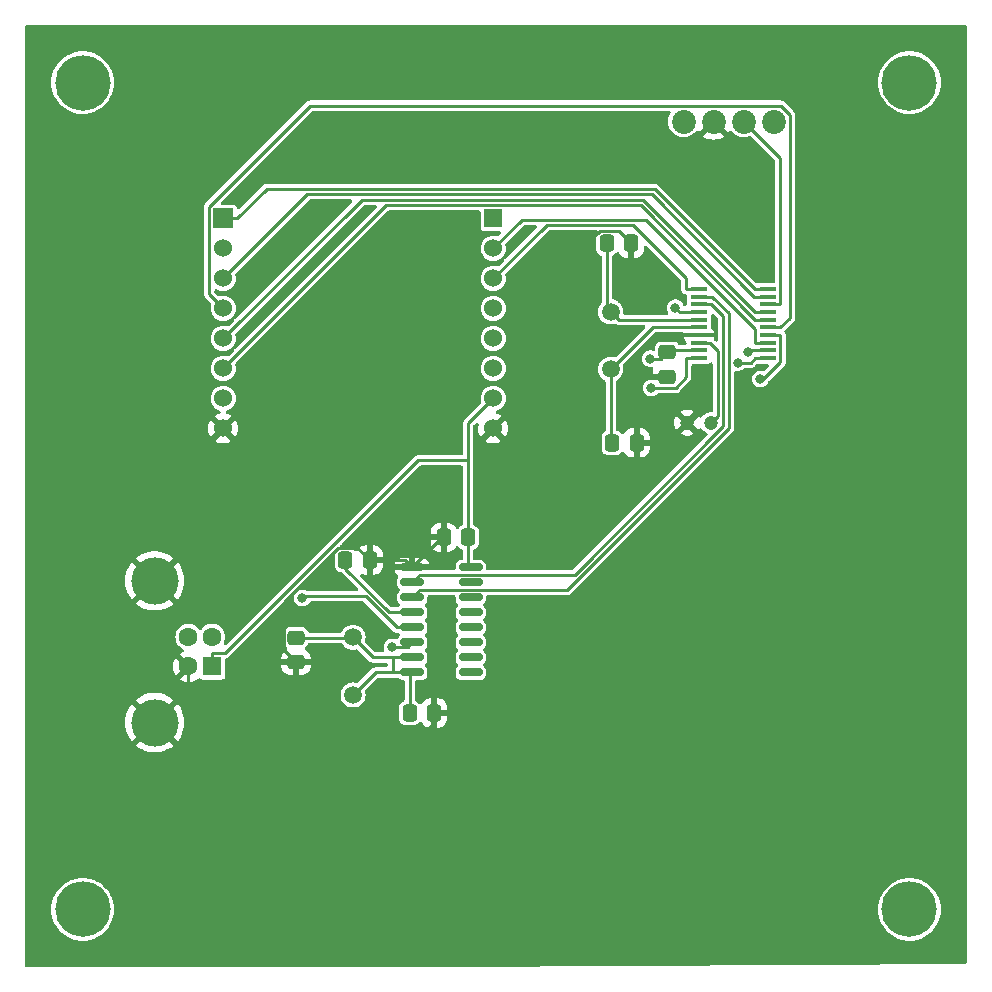
<source format=gtl>
G04 #@! TF.GenerationSoftware,KiCad,Pcbnew,8.0.6*
G04 #@! TF.CreationDate,2025-01-19T14:16:04-05:00*
G04 #@! TF.ProjectId,board_stm8_rev2,626f6172-645f-4737-946d-385f72657632,rev?*
G04 #@! TF.SameCoordinates,Original*
G04 #@! TF.FileFunction,Copper,L1,Top*
G04 #@! TF.FilePolarity,Positive*
%FSLAX46Y46*%
G04 Gerber Fmt 4.6, Leading zero omitted, Abs format (unit mm)*
G04 Created by KiCad (PCBNEW 8.0.6) date 2025-01-19 14:16:04*
%MOMM*%
%LPD*%
G01*
G04 APERTURE LIST*
G04 Aperture macros list*
%AMRoundRect*
0 Rectangle with rounded corners*
0 $1 Rounding radius*
0 $2 $3 $4 $5 $6 $7 $8 $9 X,Y pos of 4 corners*
0 Add a 4 corners polygon primitive as box body*
4,1,4,$2,$3,$4,$5,$6,$7,$8,$9,$2,$3,0*
0 Add four circle primitives for the rounded corners*
1,1,$1+$1,$2,$3*
1,1,$1+$1,$4,$5*
1,1,$1+$1,$6,$7*
1,1,$1+$1,$8,$9*
0 Add four rect primitives between the rounded corners*
20,1,$1+$1,$2,$3,$4,$5,0*
20,1,$1+$1,$4,$5,$6,$7,0*
20,1,$1+$1,$6,$7,$8,$9,0*
20,1,$1+$1,$8,$9,$2,$3,0*%
G04 Aperture macros list end*
G04 #@! TA.AperFunction,ComponentPad*
%ADD10R,1.676400X1.676400*%
G04 #@! TD*
G04 #@! TA.AperFunction,ComponentPad*
%ADD11C,1.524000*%
G04 #@! TD*
G04 #@! TA.AperFunction,ComponentPad*
%ADD12R,1.524000X1.524000*%
G04 #@! TD*
G04 #@! TA.AperFunction,SMDPad,CuDef*
%ADD13RoundRect,0.250000X-0.475000X0.337500X-0.475000X-0.337500X0.475000X-0.337500X0.475000X0.337500X0*%
G04 #@! TD*
G04 #@! TA.AperFunction,ComponentPad*
%ADD14C,1.200000*%
G04 #@! TD*
G04 #@! TA.AperFunction,SMDPad,CuDef*
%ADD15RoundRect,0.250000X-0.337500X-0.475000X0.337500X-0.475000X0.337500X0.475000X-0.337500X0.475000X0*%
G04 #@! TD*
G04 #@! TA.AperFunction,ComponentPad*
%ADD16C,1.500000*%
G04 #@! TD*
G04 #@! TA.AperFunction,ComponentPad*
%ADD17C,2.020000*%
G04 #@! TD*
G04 #@! TA.AperFunction,SMDPad,CuDef*
%ADD18R,1.473200X0.355600*%
G04 #@! TD*
G04 #@! TA.AperFunction,SMDPad,CuDef*
%ADD19RoundRect,0.150000X-0.825000X-0.150000X0.825000X-0.150000X0.825000X0.150000X-0.825000X0.150000X0*%
G04 #@! TD*
G04 #@! TA.AperFunction,SMDPad,CuDef*
%ADD20RoundRect,0.250000X0.337500X0.475000X-0.337500X0.475000X-0.337500X-0.475000X0.337500X-0.475000X0*%
G04 #@! TD*
G04 #@! TA.AperFunction,ComponentPad*
%ADD21R,1.600000X1.600000*%
G04 #@! TD*
G04 #@! TA.AperFunction,ComponentPad*
%ADD22C,1.600000*%
G04 #@! TD*
G04 #@! TA.AperFunction,ComponentPad*
%ADD23C,4.000000*%
G04 #@! TD*
G04 #@! TA.AperFunction,ComponentPad*
%ADD24C,4.700000*%
G04 #@! TD*
G04 #@! TA.AperFunction,ViaPad*
%ADD25C,0.800000*%
G04 #@! TD*
G04 #@! TA.AperFunction,Conductor*
%ADD26C,0.250000*%
G04 #@! TD*
G04 APERTURE END LIST*
D10*
X146900000Y-86500000D03*
D11*
X146900000Y-89040000D03*
X146900000Y-91580000D03*
X146900000Y-94120000D03*
X146900000Y-96660000D03*
X146900000Y-99200000D03*
X146900000Y-101740000D03*
X146900000Y-104280000D03*
X169760000Y-104280000D03*
X169760000Y-101740000D03*
X169760000Y-99200000D03*
X169760000Y-96660000D03*
X169760000Y-94120000D03*
X169760000Y-91580000D03*
X169760000Y-89040000D03*
D12*
X169760000Y-86500000D03*
D13*
X184500000Y-97825000D03*
X184500000Y-99900000D03*
D14*
X188200000Y-103800000D03*
X186200000Y-103800000D03*
D15*
X179824500Y-105500000D03*
X181899500Y-105500000D03*
X179362500Y-88600000D03*
X181437500Y-88600000D03*
D16*
X179700000Y-94400000D03*
X179700000Y-99280000D03*
D17*
X193500000Y-78300000D03*
X190960000Y-78300000D03*
X188420000Y-78300000D03*
X185880000Y-78300000D03*
D18*
X193021000Y-92475002D03*
X193021000Y-93125001D03*
X193021000Y-93775002D03*
X193021000Y-94425001D03*
X193021000Y-95075002D03*
X193021000Y-95725001D03*
X193021000Y-96375002D03*
X193021000Y-97025001D03*
X193021000Y-97675002D03*
X193021000Y-98325000D03*
X187179000Y-98324998D03*
X187179000Y-97674999D03*
X187179000Y-97024998D03*
X187179000Y-96374999D03*
X187179000Y-95724998D03*
X187179000Y-95074999D03*
X187179000Y-94425001D03*
X187179000Y-93774999D03*
X187179000Y-93125001D03*
X187179000Y-92475000D03*
D15*
X157235500Y-115419000D03*
X159310500Y-115419000D03*
D19*
X162910000Y-116054000D03*
X162910000Y-117324000D03*
X162910000Y-118594000D03*
X162910000Y-119864000D03*
X162910000Y-121134000D03*
X162910000Y-122404000D03*
X162910000Y-123674000D03*
X162910000Y-124944000D03*
X167860000Y-124944000D03*
X167860000Y-123674000D03*
X167860000Y-122404000D03*
X167860000Y-121134000D03*
X167860000Y-119864000D03*
X167860000Y-118594000D03*
X167860000Y-117324000D03*
X167860000Y-116054000D03*
D16*
X157892000Y-126849000D03*
X157892000Y-121969000D03*
D20*
X167637500Y-113500000D03*
X165562500Y-113500000D03*
D15*
X162696500Y-128373000D03*
X164771500Y-128373000D03*
D13*
X153066000Y-122001500D03*
X153066000Y-124076500D03*
D21*
X145954000Y-124436000D03*
D22*
X145954000Y-121936000D03*
X143954000Y-121936000D03*
X143954000Y-124436000D03*
D23*
X141094000Y-129186000D03*
X141094000Y-117186000D03*
D24*
X135000000Y-75000000D03*
X205000000Y-75000000D03*
X205000000Y-145000000D03*
X135000000Y-145000000D03*
D25*
X185184500Y-94067500D03*
X190469000Y-98709300D03*
X192377900Y-100109800D03*
X191315400Y-97815300D03*
X183149400Y-100847600D03*
X161193600Y-122778900D03*
X153600000Y-118650000D03*
X183057700Y-98372100D03*
D26*
X153600000Y-118650000D02*
X153750000Y-118500000D01*
X158955604Y-118500000D02*
X161589604Y-121134000D01*
X153750000Y-118500000D02*
X158955604Y-118500000D01*
X161589604Y-121134000D02*
X162910000Y-121134000D01*
X188293600Y-93125000D02*
X187179000Y-93125000D01*
X189706800Y-94538200D02*
X188293600Y-93125000D01*
X189706800Y-104281200D02*
X189706800Y-94538200D01*
X176028900Y-117959100D02*
X189706800Y-104281200D01*
X163544900Y-117959100D02*
X176028900Y-117959100D01*
X162910000Y-118594000D02*
X163544900Y-117959100D01*
X187179000Y-93775000D02*
X188242300Y-93775000D01*
X163545000Y-116689000D02*
X162910000Y-117324000D01*
X176645900Y-116689000D02*
X163545000Y-116689000D01*
X189255100Y-104079800D02*
X176645900Y-116689000D01*
X189255100Y-94787800D02*
X189255100Y-104079800D01*
X188242300Y-93775000D02*
X189255100Y-94787800D01*
X185542000Y-94425000D02*
X185184500Y-94067500D01*
X187179000Y-94425000D02*
X185542000Y-94425000D01*
X194084300Y-81424300D02*
X190960000Y-78300000D01*
X194084300Y-93775000D02*
X194084300Y-81424300D01*
X193021000Y-93775000D02*
X194084300Y-93775000D01*
X193021000Y-98325000D02*
X191957700Y-98325000D01*
X191573400Y-98709300D02*
X191957700Y-98325000D01*
X190469000Y-98709300D02*
X191573400Y-98709300D01*
X146900000Y-86500000D02*
X148064900Y-86500000D01*
X193021000Y-92475000D02*
X191957700Y-92475000D01*
X150572400Y-83992500D02*
X148064900Y-86500000D01*
X183475200Y-83992500D02*
X150572400Y-83992500D01*
X191957700Y-92475000D02*
X183475200Y-83992500D01*
X193021000Y-96375000D02*
X194084300Y-96375000D01*
X194084300Y-98641500D02*
X194084300Y-96375000D01*
X192616000Y-100109800D02*
X194084300Y-98641500D01*
X192377900Y-100109800D02*
X192616000Y-100109800D01*
X191455700Y-97675000D02*
X191315400Y-97815300D01*
X193021000Y-97675000D02*
X191455700Y-97675000D01*
X154013800Y-84466200D02*
X146900000Y-91580000D01*
X183199100Y-84466200D02*
X154013800Y-84466200D01*
X191857900Y-93125000D02*
X183199100Y-84466200D01*
X193021000Y-93125000D02*
X191857900Y-93125000D01*
X193021000Y-94425000D02*
X191957700Y-94425000D01*
X182472600Y-84939900D02*
X191957700Y-94425000D01*
X158620100Y-84939900D02*
X182472600Y-84939900D01*
X146900000Y-96660000D02*
X158620100Y-84939900D01*
X193021000Y-95725000D02*
X194084300Y-95725000D01*
X194888800Y-94920500D02*
X194084300Y-95725000D01*
X194888800Y-77725300D02*
X194888800Y-94920500D01*
X194104700Y-76941200D02*
X194888800Y-77725300D01*
X154290600Y-76941200D02*
X194104700Y-76941200D01*
X145719600Y-85512200D02*
X154290600Y-76941200D01*
X145719600Y-92939600D02*
X145719600Y-85512200D01*
X146900000Y-94120000D02*
X145719600Y-92939600D01*
X185212600Y-100847600D02*
X183149400Y-100847600D01*
X186115700Y-99944500D02*
X185212600Y-100847600D01*
X186115700Y-98325000D02*
X186115700Y-99944500D01*
X187179000Y-98325000D02*
X186115700Y-98325000D01*
X193021000Y-97025000D02*
X191957700Y-97025000D01*
X172194200Y-86605800D02*
X169760000Y-89040000D01*
X182690500Y-86605800D02*
X172194200Y-86605800D01*
X191957700Y-95873000D02*
X182690500Y-86605800D01*
X191957700Y-97025000D02*
X191957700Y-95873000D01*
X187179000Y-92475000D02*
X186115700Y-92475000D01*
X186115700Y-91544600D02*
X186115700Y-92475000D01*
X181634000Y-87062900D02*
X186115700Y-91544600D01*
X174277100Y-87062900D02*
X181634000Y-87062900D01*
X169760000Y-91580000D02*
X174277100Y-87062900D01*
X193021000Y-95075000D02*
X191957700Y-95075000D01*
X160701200Y-85398800D02*
X146900000Y-99200000D01*
X182281500Y-85398800D02*
X160701200Y-85398800D01*
X191957700Y-95075000D02*
X182281500Y-85398800D01*
X162535100Y-122778900D02*
X162910000Y-122404000D01*
X161193600Y-122778900D02*
X162535100Y-122778900D01*
X188093000Y-97025000D02*
X187179000Y-97025000D01*
X188800000Y-97731600D02*
X188093000Y-97025000D01*
X188800000Y-103200000D02*
X188800000Y-97731600D01*
X188200000Y-103800000D02*
X188800000Y-103200000D01*
X180425000Y-95075000D02*
X187179000Y-95075000D01*
X179750000Y-94400000D02*
X180425000Y-95075000D01*
X179700000Y-94400000D02*
X179750000Y-94400000D01*
X179362000Y-88600000D02*
X179362000Y-91331200D01*
X179362000Y-94062500D02*
X179700000Y-94400000D01*
X179362000Y-91331200D02*
X179362000Y-94062500D01*
X179362500Y-91330700D02*
X179362500Y-88600000D01*
X179362000Y-91331200D02*
X179362500Y-91330700D01*
X183255000Y-95725000D02*
X187179000Y-95725000D01*
X179700000Y-99280000D02*
X183255000Y-95725000D01*
X179700000Y-105376000D02*
X179762000Y-105438000D01*
X179700000Y-99280000D02*
X179700000Y-105376000D01*
X179762000Y-105438000D02*
X179824000Y-105500000D01*
X179762500Y-105438000D02*
X179824500Y-105500000D01*
X179762000Y-105438000D02*
X179762500Y-105438000D01*
X157236000Y-115419000D02*
X157236000Y-115781500D01*
X160956000Y-119864000D02*
X162910000Y-119864000D01*
X157236000Y-116144000D02*
X160956000Y-119864000D01*
X157236000Y-115781500D02*
X157236000Y-116144000D01*
X157235500Y-115781000D02*
X157235500Y-115419000D01*
X157236000Y-115781500D02*
X157235500Y-115781000D01*
X167638000Y-115832000D02*
X167860000Y-116054000D01*
X167638000Y-113500000D02*
X167638000Y-115832000D01*
X184650000Y-97675000D02*
X187179000Y-97675000D01*
X184500000Y-97825000D02*
X184650000Y-97675000D01*
X183952900Y-98372100D02*
X184500000Y-97825000D01*
X183057700Y-98372100D02*
X183952900Y-98372100D01*
X167637500Y-103862500D02*
X169760000Y-101740000D01*
X167637500Y-106989400D02*
X167637500Y-103862500D01*
X147059600Y-123309300D02*
X145954000Y-123309300D01*
X163379500Y-106989400D02*
X147059600Y-123309300D01*
X167637500Y-106989400D02*
X163379500Y-106989400D01*
X145954000Y-124436000D02*
X145954000Y-123309300D01*
X167637500Y-113500000D02*
X167637500Y-106989400D01*
X167637500Y-113500000D02*
X167638000Y-113500000D01*
X161253500Y-123674000D02*
X161253500Y-124944000D01*
X159797000Y-124944000D02*
X161253500Y-124944000D01*
X157892000Y-126849000D02*
X159797000Y-124944000D01*
X161253500Y-124944000D02*
X162910000Y-124944000D01*
X159597000Y-123674000D02*
X161253500Y-123674000D01*
X157892000Y-121969000D02*
X159597000Y-123674000D01*
X161253500Y-123674000D02*
X162910000Y-123674000D01*
X153066000Y-122002000D02*
X153066500Y-122002000D01*
X157860000Y-122002000D02*
X157892000Y-121969000D01*
X153066500Y-122002000D02*
X157860000Y-122002000D01*
X153066500Y-122002000D02*
X153066000Y-122001500D01*
X162696000Y-128373000D02*
X162696000Y-126765500D01*
X162696000Y-125158000D02*
X162910000Y-124944000D01*
X162696000Y-126765500D02*
X162696000Y-125158000D01*
X162696500Y-126766000D02*
X162696500Y-128373000D01*
X162696000Y-126765500D02*
X162696500Y-126766000D01*
X182000000Y-99900000D02*
X181900000Y-99800000D01*
X184500000Y-99900000D02*
X182000000Y-99900000D01*
X176700000Y-89629900D02*
X176700000Y-107050000D01*
X178780000Y-87550000D02*
X176700000Y-89629900D01*
X180388000Y-87550000D02*
X178780000Y-87550000D01*
X181438000Y-88600000D02*
X180388000Y-87550000D01*
X184500000Y-105500000D02*
X181900000Y-105500000D01*
X186200000Y-103800000D02*
X184500000Y-105500000D01*
X165464000Y-113500000D02*
X162910000Y-116054000D01*
X165562000Y-113500000D02*
X165464000Y-113500000D01*
X164772000Y-129228000D02*
X164772000Y-128373000D01*
X163500000Y-130500000D02*
X164772000Y-129228000D01*
X157916000Y-130500000D02*
X163500000Y-130500000D01*
X153066000Y-125650000D02*
X157916000Y-130500000D01*
X153066000Y-125784000D02*
X153066000Y-125650000D01*
X152650000Y-126200000D02*
X153066000Y-125784000D01*
X144350000Y-126200000D02*
X152650000Y-126200000D01*
X143954000Y-125804000D02*
X144350000Y-126200000D01*
X143954000Y-124436000D02*
X143954000Y-125804000D01*
X153066000Y-125650000D02*
X153066000Y-124076500D01*
X172530000Y-107050000D02*
X176700000Y-107050000D01*
X169760000Y-104280000D02*
X172530000Y-107050000D01*
X181900000Y-106600000D02*
X181900000Y-105500000D01*
X181450000Y-107050000D02*
X181900000Y-106600000D01*
X176700000Y-107050000D02*
X181450000Y-107050000D01*
X181900000Y-105500000D02*
X181900000Y-99800000D01*
X183475000Y-96375000D02*
X187179000Y-96375000D01*
X181900000Y-97950500D02*
X183475000Y-96375000D01*
X181900000Y-99800000D02*
X181900000Y-97950500D01*
X159310000Y-115419000D02*
X159310500Y-115419000D01*
X158260000Y-114369000D02*
X159310000Y-115419000D01*
X156653000Y-114369000D02*
X158260000Y-114369000D01*
X152016000Y-119006000D02*
X156653000Y-114369000D01*
X152016000Y-123026000D02*
X152016000Y-119006000D01*
X153066000Y-124076000D02*
X152016000Y-123026000D01*
X153066000Y-124076500D02*
X153066000Y-124076000D01*
X162275000Y-115419000D02*
X162910000Y-116054000D01*
X159310500Y-115419000D02*
X162275000Y-115419000D01*
G04 #@! TA.AperFunction,Conductor*
G36*
X167131500Y-107439984D02*
G01*
X167186916Y-107495400D01*
X167207200Y-107571100D01*
X167207200Y-112361634D01*
X167186916Y-112437334D01*
X167131500Y-112492750D01*
X167111342Y-112502478D01*
X167025282Y-112536415D01*
X166903651Y-112628652D01*
X166903650Y-112628653D01*
X166839992Y-112712598D01*
X166778089Y-112760659D01*
X166700448Y-112771330D01*
X166627874Y-112741750D01*
X166590497Y-112700595D01*
X166498634Y-112551661D01*
X166498633Y-112551659D01*
X166373340Y-112426366D01*
X166373336Y-112426363D01*
X166222524Y-112333341D01*
X166222518Y-112333339D01*
X166054324Y-112277606D01*
X166054323Y-112277605D01*
X165950511Y-112267000D01*
X165816500Y-112267000D01*
X165816500Y-114733000D01*
X165950511Y-114733000D01*
X166054323Y-114722394D01*
X166054324Y-114722393D01*
X166222518Y-114666660D01*
X166222524Y-114666658D01*
X166373336Y-114573636D01*
X166373340Y-114573633D01*
X166498634Y-114448339D01*
X166590497Y-114299404D01*
X166647501Y-114245622D01*
X166723759Y-114227548D01*
X166798837Y-114250024D01*
X166839993Y-114287402D01*
X166903651Y-114371347D01*
X167025283Y-114463584D01*
X167111841Y-114497718D01*
X167174822Y-114544358D01*
X167206045Y-114616240D01*
X167207700Y-114638562D01*
X167207700Y-115297300D01*
X167187416Y-115373000D01*
X167132000Y-115428416D01*
X167056300Y-115448700D01*
X166980154Y-115448700D01*
X166975653Y-115449121D01*
X166949397Y-115451583D01*
X166819852Y-115496913D01*
X166819851Y-115496913D01*
X166709418Y-115578418D01*
X166627913Y-115688851D01*
X166627913Y-115688852D01*
X166582583Y-115818397D01*
X166579700Y-115849156D01*
X166579700Y-116107300D01*
X166559416Y-116183000D01*
X166504000Y-116238416D01*
X166428300Y-116258700D01*
X163488347Y-116258700D01*
X163378912Y-116288023D01*
X163369738Y-116291823D01*
X163369176Y-116290466D01*
X163303742Y-116308000D01*
X161430007Y-116308000D01*
X161476316Y-116467396D01*
X161476317Y-116467399D01*
X161560942Y-116610493D01*
X161560946Y-116610498D01*
X161684039Y-116733592D01*
X161723224Y-116801463D01*
X161723224Y-116879834D01*
X161698799Y-116930553D01*
X161677914Y-116958850D01*
X161677913Y-116958852D01*
X161632583Y-117088397D01*
X161629700Y-117119156D01*
X161629700Y-117528843D01*
X161632583Y-117559602D01*
X161677913Y-117689147D01*
X161677913Y-117689148D01*
X161759418Y-117799582D01*
X161810367Y-117837185D01*
X161859229Y-117898458D01*
X161870909Y-117975953D01*
X161842276Y-118048906D01*
X161810367Y-118080815D01*
X161759418Y-118118417D01*
X161677913Y-118228851D01*
X161677913Y-118228852D01*
X161632583Y-118358397D01*
X161629700Y-118389156D01*
X161629700Y-118798843D01*
X161632583Y-118829602D01*
X161677913Y-118959147D01*
X161677913Y-118959148D01*
X161677914Y-118959150D01*
X161677915Y-118959151D01*
X161759417Y-119069581D01*
X161759418Y-119069582D01*
X161810367Y-119107185D01*
X161859229Y-119168458D01*
X161870909Y-119245953D01*
X161842276Y-119318906D01*
X161810367Y-119350815D01*
X161759421Y-119388415D01*
X161758487Y-119389350D01*
X161756962Y-119390230D01*
X161750290Y-119395155D01*
X161749735Y-119394403D01*
X161690618Y-119428539D01*
X161651425Y-119433700D01*
X161196948Y-119433700D01*
X161121248Y-119413416D01*
X161089892Y-119389356D01*
X158557368Y-116856832D01*
X158518183Y-116788961D01*
X158518183Y-116710591D01*
X158557368Y-116642720D01*
X158625239Y-116603535D01*
X158703609Y-116603535D01*
X158712046Y-116606061D01*
X158818675Y-116641393D01*
X158818676Y-116641394D01*
X158922489Y-116652000D01*
X159056500Y-116652000D01*
X159564500Y-116652000D01*
X159698511Y-116652000D01*
X159802323Y-116641394D01*
X159802324Y-116641393D01*
X159970518Y-116585660D01*
X159970524Y-116585658D01*
X160121336Y-116492636D01*
X160121340Y-116492633D01*
X160246633Y-116367340D01*
X160246636Y-116367336D01*
X160339658Y-116216524D01*
X160339660Y-116216518D01*
X160395393Y-116048324D01*
X160395394Y-116048323D01*
X160406000Y-115944510D01*
X160406000Y-115799999D01*
X161430007Y-115799999D01*
X161430007Y-115800000D01*
X162656000Y-115800000D01*
X163164000Y-115800000D01*
X164389993Y-115800000D01*
X164389992Y-115799999D01*
X164343683Y-115640603D01*
X164343682Y-115640600D01*
X164259057Y-115497506D01*
X164259054Y-115497502D01*
X164141497Y-115379945D01*
X164141493Y-115379942D01*
X163998399Y-115295317D01*
X163998395Y-115295316D01*
X163838759Y-115248936D01*
X163838752Y-115248935D01*
X163801470Y-115246000D01*
X163164000Y-115246000D01*
X163164000Y-115800000D01*
X162656000Y-115800000D01*
X162656000Y-115246000D01*
X162018550Y-115246000D01*
X162018540Y-115246001D01*
X161981246Y-115248935D01*
X161981243Y-115248935D01*
X161821604Y-115295316D01*
X161821600Y-115295317D01*
X161678506Y-115379942D01*
X161678502Y-115379945D01*
X161560945Y-115497502D01*
X161560942Y-115497506D01*
X161476317Y-115640600D01*
X161476316Y-115640603D01*
X161430007Y-115799999D01*
X160406000Y-115799999D01*
X160406000Y-115673000D01*
X159564500Y-115673000D01*
X159564500Y-116652000D01*
X159056500Y-116652000D01*
X159056500Y-115165000D01*
X159564500Y-115165000D01*
X160406000Y-115165000D01*
X160406000Y-114893489D01*
X160395394Y-114789676D01*
X160395393Y-114789675D01*
X160339660Y-114621481D01*
X160339658Y-114621475D01*
X160246636Y-114470663D01*
X160246633Y-114470659D01*
X160121340Y-114345366D01*
X160121336Y-114345363D01*
X159970524Y-114252341D01*
X159970518Y-114252339D01*
X159802324Y-114196606D01*
X159802323Y-114196605D01*
X159698511Y-114186000D01*
X159564500Y-114186000D01*
X159564500Y-115165000D01*
X159056500Y-115165000D01*
X159056500Y-114186000D01*
X158922489Y-114186000D01*
X158818676Y-114196605D01*
X158818675Y-114196606D01*
X158650481Y-114252339D01*
X158650475Y-114252341D01*
X158499663Y-114345363D01*
X158499659Y-114345366D01*
X158374366Y-114470659D01*
X158374363Y-114470663D01*
X158282501Y-114619596D01*
X158225497Y-114673377D01*
X158149239Y-114691451D01*
X158074161Y-114668974D01*
X158033006Y-114631597D01*
X157969348Y-114547652D01*
X157847717Y-114455415D01*
X157705708Y-114399415D01*
X157705711Y-114399415D01*
X157616480Y-114388700D01*
X157616476Y-114388700D01*
X156954248Y-114388700D01*
X156878548Y-114368416D01*
X156823132Y-114313000D01*
X156802848Y-114237300D01*
X156823132Y-114161600D01*
X156847192Y-114130244D01*
X156951926Y-114025510D01*
X164467000Y-114025510D01*
X164477605Y-114129323D01*
X164477606Y-114129324D01*
X164533339Y-114297518D01*
X164533341Y-114297524D01*
X164626363Y-114448336D01*
X164626366Y-114448340D01*
X164751659Y-114573633D01*
X164751663Y-114573636D01*
X164902475Y-114666658D01*
X164902481Y-114666660D01*
X165070675Y-114722393D01*
X165070676Y-114722394D01*
X165174489Y-114733000D01*
X165308500Y-114733000D01*
X165308500Y-113754000D01*
X164467000Y-113754000D01*
X164467000Y-114025510D01*
X156951926Y-114025510D01*
X158002947Y-112974489D01*
X164467000Y-112974489D01*
X164467000Y-113246000D01*
X165308500Y-113246000D01*
X165308500Y-112267000D01*
X165174489Y-112267000D01*
X165070676Y-112277605D01*
X165070675Y-112277606D01*
X164902481Y-112333339D01*
X164902475Y-112333341D01*
X164751663Y-112426363D01*
X164751659Y-112426366D01*
X164626366Y-112551659D01*
X164626363Y-112551663D01*
X164533341Y-112702475D01*
X164533339Y-112702481D01*
X164477606Y-112870675D01*
X164477605Y-112870676D01*
X164467000Y-112974489D01*
X158002947Y-112974489D01*
X163513392Y-107464044D01*
X163581263Y-107424859D01*
X163620448Y-107419700D01*
X167055800Y-107419700D01*
X167131500Y-107439984D01*
G37*
G04 #@! TD.AperFunction*
G04 #@! TA.AperFunction,Conductor*
G36*
X156298356Y-114893192D02*
G01*
X156337541Y-114961063D01*
X156342700Y-115000248D01*
X156342700Y-115937479D01*
X156353415Y-116026710D01*
X156409415Y-116168717D01*
X156445669Y-116216524D01*
X156501652Y-116290348D01*
X156570825Y-116342804D01*
X156623282Y-116382584D01*
X156670618Y-116401250D01*
X156765289Y-116438584D01*
X156765288Y-116438584D01*
X156854520Y-116449300D01*
X156854524Y-116449300D01*
X156870052Y-116449300D01*
X156945752Y-116469584D01*
X156977108Y-116493644D01*
X158294708Y-117811244D01*
X158333893Y-117879115D01*
X158333893Y-117957485D01*
X158294708Y-118025356D01*
X158226837Y-118064541D01*
X158187652Y-118069700D01*
X154049326Y-118069700D01*
X153978968Y-118052358D01*
X153851947Y-117985693D01*
X153851940Y-117985690D01*
X153685639Y-117944700D01*
X153514361Y-117944700D01*
X153465202Y-117956816D01*
X153402512Y-117972268D01*
X153324157Y-117970689D01*
X153257089Y-117930145D01*
X153219279Y-117861499D01*
X153220858Y-117783144D01*
X153259222Y-117718213D01*
X156084244Y-114893192D01*
X156152115Y-114854007D01*
X156230485Y-114854007D01*
X156298356Y-114893192D01*
G37*
G04 #@! TD.AperFunction*
G04 #@! TA.AperFunction,Conductor*
G36*
X181615800Y-88366284D02*
G01*
X181671216Y-88421700D01*
X181691500Y-88497400D01*
X181691500Y-89833000D01*
X181825511Y-89833000D01*
X181929323Y-89822394D01*
X181929324Y-89822393D01*
X182097518Y-89766660D01*
X182097524Y-89766658D01*
X182248336Y-89673636D01*
X182248340Y-89673633D01*
X182373633Y-89548340D01*
X182373636Y-89548336D01*
X182466658Y-89397524D01*
X182466660Y-89397518D01*
X182522393Y-89229324D01*
X182522394Y-89229323D01*
X182533000Y-89125510D01*
X182533000Y-88935948D01*
X182553284Y-88860248D01*
X182608700Y-88804832D01*
X182684400Y-88784548D01*
X182760100Y-88804832D01*
X182791456Y-88828892D01*
X185641056Y-91678492D01*
X185680241Y-91746363D01*
X185685400Y-91785548D01*
X185685400Y-92531652D01*
X185712250Y-92631857D01*
X185714724Y-92641090D01*
X185771374Y-92739210D01*
X185851490Y-92819326D01*
X185949610Y-92875976D01*
X185994047Y-92887882D01*
X186024885Y-92896146D01*
X186092756Y-92935331D01*
X186131941Y-93003202D01*
X186137100Y-93042387D01*
X186137100Y-93348381D01*
X186140062Y-93373912D01*
X186140062Y-93373914D01*
X186146657Y-93388850D01*
X186158677Y-93466293D01*
X186146658Y-93511148D01*
X186140062Y-93526087D01*
X186140061Y-93526090D01*
X186137100Y-93551618D01*
X186137100Y-93764163D01*
X186116816Y-93839863D01*
X186061400Y-93895279D01*
X185985700Y-93915563D01*
X185910000Y-93895279D01*
X185854584Y-93839863D01*
X185844141Y-93817858D01*
X185813599Y-93737323D01*
X185813596Y-93737319D01*
X185813595Y-93737316D01*
X185716304Y-93596367D01*
X185716301Y-93596364D01*
X185588099Y-93482786D01*
X185588098Y-93482785D01*
X185436444Y-93403192D01*
X185436440Y-93403190D01*
X185270139Y-93362200D01*
X185098861Y-93362200D01*
X184990739Y-93388850D01*
X184932559Y-93403190D01*
X184932555Y-93403192D01*
X184780901Y-93482785D01*
X184780900Y-93482786D01*
X184652698Y-93596364D01*
X184652695Y-93596367D01*
X184555404Y-93737316D01*
X184555401Y-93737323D01*
X184494664Y-93897472D01*
X184474020Y-94067498D01*
X184474020Y-94067501D01*
X184494664Y-94237527D01*
X184494665Y-94237529D01*
X184555401Y-94397677D01*
X184562041Y-94407296D01*
X184588349Y-94481119D01*
X184574222Y-94558205D01*
X184523444Y-94617901D01*
X184449621Y-94644209D01*
X184437440Y-94644700D01*
X180903349Y-94644700D01*
X180827649Y-94624416D01*
X180772233Y-94569000D01*
X180751949Y-94493300D01*
X180752677Y-94478470D01*
X180760406Y-94400000D01*
X180740031Y-94193125D01*
X180679687Y-93994200D01*
X180582960Y-93813236D01*
X180581696Y-93810871D01*
X180561643Y-93786437D01*
X180449820Y-93650180D01*
X180337995Y-93558407D01*
X180289128Y-93518303D01*
X180105800Y-93420313D01*
X180105798Y-93420312D01*
X179899758Y-93357810D01*
X179899941Y-93357203D01*
X179834892Y-93318202D01*
X179796832Y-93249694D01*
X179792300Y-93212927D01*
X179792300Y-91401071D01*
X179792800Y-91393445D01*
X179792800Y-89738365D01*
X179813084Y-89662665D01*
X179868500Y-89607249D01*
X179888659Y-89597521D01*
X179901277Y-89592544D01*
X179974717Y-89563584D01*
X180096348Y-89471348D01*
X180160006Y-89387403D01*
X180221908Y-89339341D01*
X180299549Y-89328669D01*
X180372123Y-89358248D01*
X180409502Y-89399403D01*
X180501367Y-89548341D01*
X180626659Y-89673633D01*
X180626663Y-89673636D01*
X180777475Y-89766658D01*
X180777481Y-89766660D01*
X180945675Y-89822393D01*
X180945676Y-89822394D01*
X181049489Y-89833000D01*
X181183500Y-89833000D01*
X181183500Y-88497400D01*
X181203784Y-88421700D01*
X181259200Y-88366284D01*
X181334900Y-88346000D01*
X181540100Y-88346000D01*
X181615800Y-88366284D01*
G37*
G04 #@! TD.AperFunction*
G04 #@! TA.AperFunction,Conductor*
G36*
X184709321Y-77391784D02*
G01*
X184764737Y-77447200D01*
X184785021Y-77522900D01*
X184764737Y-77598600D01*
X184757641Y-77609738D01*
X184736573Y-77639826D01*
X184736567Y-77639835D01*
X184639302Y-77848419D01*
X184639300Y-77848426D01*
X184579734Y-78070728D01*
X184559676Y-78300000D01*
X184579734Y-78529271D01*
X184639300Y-78751573D01*
X184639302Y-78751580D01*
X184666544Y-78810000D01*
X184736566Y-78960162D01*
X184868573Y-79148688D01*
X185031312Y-79311427D01*
X185219838Y-79443434D01*
X185428423Y-79540699D01*
X185650728Y-79600265D01*
X185650727Y-79600265D01*
X185669172Y-79601878D01*
X185880000Y-79620324D01*
X186109272Y-79600265D01*
X186331577Y-79540699D01*
X186540162Y-79443434D01*
X186728688Y-79311427D01*
X186891427Y-79148688D01*
X186902052Y-79133512D01*
X186962083Y-79083138D01*
X187039263Y-79069527D01*
X187112908Y-79096329D01*
X187155162Y-79141244D01*
X187179625Y-79181163D01*
X187927675Y-78433112D01*
X187944755Y-78496853D01*
X188011898Y-78613147D01*
X188106853Y-78708102D01*
X188223147Y-78775245D01*
X188286886Y-78792323D01*
X187538835Y-79540373D01*
X187728714Y-79656731D01*
X187949449Y-79748163D01*
X187949459Y-79748167D01*
X188181806Y-79803948D01*
X188419996Y-79822694D01*
X188420004Y-79822694D01*
X188658193Y-79803948D01*
X188890540Y-79748167D01*
X188890550Y-79748163D01*
X189111287Y-79656731D01*
X189301163Y-79540374D01*
X189301163Y-79540373D01*
X188553113Y-78792323D01*
X188616853Y-78775245D01*
X188733147Y-78708102D01*
X188828102Y-78613147D01*
X188895245Y-78496853D01*
X188912323Y-78433113D01*
X189660373Y-79181163D01*
X189684836Y-79141244D01*
X189741684Y-79087297D01*
X189817889Y-79069002D01*
X189893032Y-79091260D01*
X189937943Y-79133507D01*
X189948573Y-79148688D01*
X190111312Y-79311427D01*
X190299838Y-79443434D01*
X190508423Y-79540699D01*
X190730728Y-79600265D01*
X190730727Y-79600265D01*
X190749172Y-79601878D01*
X190960000Y-79620324D01*
X191189272Y-79600265D01*
X191411577Y-79540699D01*
X191438652Y-79528073D01*
X191515827Y-79514462D01*
X191589473Y-79541263D01*
X191609694Y-79558230D01*
X193609656Y-81558192D01*
X193648841Y-81626063D01*
X193654000Y-81665248D01*
X193654000Y-91840502D01*
X193633716Y-91916202D01*
X193578300Y-91971618D01*
X193502600Y-91991902D01*
X192238819Y-91991902D01*
X192213290Y-91994863D01*
X192202305Y-91997853D01*
X192201474Y-91994800D01*
X192142451Y-92003948D01*
X192069380Y-91975619D01*
X192051723Y-91960487D01*
X183739412Y-83648176D01*
X183739410Y-83648174D01*
X183641290Y-83591524D01*
X183641287Y-83591522D01*
X183586571Y-83576862D01*
X183586570Y-83576862D01*
X183531851Y-83562200D01*
X183531850Y-83562200D01*
X150629051Y-83562200D01*
X150515750Y-83562200D01*
X150515746Y-83562200D01*
X150406314Y-83591521D01*
X150406307Y-83591524D01*
X150308191Y-83648173D01*
X150308187Y-83648176D01*
X148294684Y-85661678D01*
X148226813Y-85700863D01*
X148148443Y-85700863D01*
X148080572Y-85661678D01*
X148045385Y-85601000D01*
X148045138Y-85601110D01*
X148044147Y-85598867D01*
X148041538Y-85594367D01*
X148040538Y-85590693D01*
X148040538Y-85590691D01*
X147994434Y-85486275D01*
X147913725Y-85405566D01*
X147809310Y-85359462D01*
X147809304Y-85359461D01*
X147783781Y-85356500D01*
X147783779Y-85356500D01*
X146849347Y-85356500D01*
X146773647Y-85336216D01*
X146718231Y-85280800D01*
X146697947Y-85205100D01*
X146718231Y-85129400D01*
X146742291Y-85098044D01*
X154424492Y-77415844D01*
X154492363Y-77376659D01*
X154531548Y-77371500D01*
X184633621Y-77371500D01*
X184709321Y-77391784D01*
G37*
G04 #@! TD.AperFunction*
G04 #@! TA.AperFunction,Conductor*
G36*
X209796800Y-70147784D02*
G01*
X209852216Y-70203200D01*
X209872500Y-70278900D01*
X209872500Y-149452802D01*
X209852216Y-149528502D01*
X209796800Y-149583918D01*
X209722038Y-149604199D01*
X166418968Y-149872497D01*
X166418030Y-149872500D01*
X130278900Y-149872500D01*
X130203200Y-149852216D01*
X130147784Y-149796800D01*
X130127500Y-149721100D01*
X130127500Y-145000000D01*
X132339847Y-145000000D01*
X132359242Y-145320646D01*
X132399169Y-145538522D01*
X132417146Y-145636616D01*
X132512714Y-145943303D01*
X132590851Y-146116919D01*
X132644550Y-146236234D01*
X132644556Y-146236243D01*
X132810740Y-146511144D01*
X133008846Y-146764007D01*
X133235992Y-146991153D01*
X133488855Y-147189259D01*
X133488858Y-147189261D01*
X133488861Y-147189263D01*
X133763765Y-147355449D01*
X134056697Y-147487286D01*
X134363384Y-147582854D01*
X134639426Y-147633440D01*
X134679353Y-147640757D01*
X134679352Y-147640757D01*
X134713957Y-147642850D01*
X135000000Y-147660153D01*
X135320646Y-147640757D01*
X135636616Y-147582854D01*
X135943303Y-147487286D01*
X136236235Y-147355449D01*
X136511139Y-147189263D01*
X136764008Y-146991153D01*
X136991153Y-146764008D01*
X137189263Y-146511139D01*
X137355449Y-146236235D01*
X137487286Y-145943303D01*
X137582854Y-145636616D01*
X137640757Y-145320646D01*
X137660153Y-145000000D01*
X202339847Y-145000000D01*
X202359242Y-145320646D01*
X202399169Y-145538522D01*
X202417146Y-145636616D01*
X202512714Y-145943303D01*
X202590851Y-146116919D01*
X202644550Y-146236234D01*
X202644556Y-146236243D01*
X202810740Y-146511144D01*
X203008846Y-146764007D01*
X203235992Y-146991153D01*
X203488855Y-147189259D01*
X203488858Y-147189261D01*
X203488861Y-147189263D01*
X203763765Y-147355449D01*
X204056697Y-147487286D01*
X204363384Y-147582854D01*
X204639426Y-147633440D01*
X204679353Y-147640757D01*
X204679352Y-147640757D01*
X204713957Y-147642850D01*
X205000000Y-147660153D01*
X205320646Y-147640757D01*
X205636616Y-147582854D01*
X205943303Y-147487286D01*
X206236235Y-147355449D01*
X206511139Y-147189263D01*
X206764008Y-146991153D01*
X206991153Y-146764008D01*
X207189263Y-146511139D01*
X207355449Y-146236235D01*
X207487286Y-145943303D01*
X207582854Y-145636616D01*
X207640757Y-145320646D01*
X207660153Y-145000000D01*
X207640757Y-144679354D01*
X207582854Y-144363384D01*
X207487286Y-144056697D01*
X207355449Y-143763765D01*
X207189263Y-143488861D01*
X207189261Y-143488858D01*
X207189259Y-143488855D01*
X206991153Y-143235992D01*
X206764007Y-143008846D01*
X206511144Y-142810740D01*
X206236243Y-142644556D01*
X206236234Y-142644550D01*
X206116919Y-142590851D01*
X205943303Y-142512714D01*
X205943296Y-142512711D01*
X205943294Y-142512711D01*
X205636619Y-142417147D01*
X205636616Y-142417146D01*
X205538522Y-142399169D01*
X205320646Y-142359242D01*
X205320647Y-142359242D01*
X205000000Y-142339847D01*
X204679353Y-142359242D01*
X204421549Y-142406486D01*
X204363384Y-142417146D01*
X204363381Y-142417146D01*
X204363380Y-142417147D01*
X204056705Y-142512711D01*
X204056699Y-142512713D01*
X204056697Y-142512714D01*
X203980724Y-142546906D01*
X203763765Y-142644550D01*
X203763756Y-142644556D01*
X203488855Y-142810740D01*
X203235992Y-143008846D01*
X203008846Y-143235992D01*
X202810740Y-143488855D01*
X202644556Y-143763756D01*
X202644550Y-143763765D01*
X202512713Y-144056700D01*
X202512711Y-144056705D01*
X202417147Y-144363380D01*
X202359242Y-144679353D01*
X202339847Y-145000000D01*
X137660153Y-145000000D01*
X137640757Y-144679354D01*
X137582854Y-144363384D01*
X137487286Y-144056697D01*
X137355449Y-143763765D01*
X137189263Y-143488861D01*
X137189261Y-143488858D01*
X137189259Y-143488855D01*
X136991153Y-143235992D01*
X136764007Y-143008846D01*
X136511144Y-142810740D01*
X136236243Y-142644556D01*
X136236234Y-142644550D01*
X136116919Y-142590851D01*
X135943303Y-142512714D01*
X135943296Y-142512711D01*
X135943294Y-142512711D01*
X135636619Y-142417147D01*
X135636616Y-142417146D01*
X135538522Y-142399169D01*
X135320646Y-142359242D01*
X135320647Y-142359242D01*
X135000000Y-142339847D01*
X134679353Y-142359242D01*
X134421549Y-142406486D01*
X134363384Y-142417146D01*
X134363381Y-142417146D01*
X134363380Y-142417147D01*
X134056705Y-142512711D01*
X134056699Y-142512713D01*
X134056697Y-142512714D01*
X133980724Y-142546906D01*
X133763765Y-142644550D01*
X133763756Y-142644556D01*
X133488855Y-142810740D01*
X133235992Y-143008846D01*
X133008846Y-143235992D01*
X132810740Y-143488855D01*
X132644556Y-143763756D01*
X132644550Y-143763765D01*
X132512713Y-144056700D01*
X132512711Y-144056705D01*
X132417147Y-144363380D01*
X132359242Y-144679353D01*
X132339847Y-145000000D01*
X130127500Y-145000000D01*
X130127500Y-129185995D01*
X138581041Y-129185995D01*
X138581041Y-129186004D01*
X138600854Y-129500941D01*
X138600857Y-129500965D01*
X138659987Y-129810934D01*
X138659991Y-129810949D01*
X138757509Y-130111081D01*
X138891875Y-130396623D01*
X138891885Y-130396641D01*
X139060972Y-130663079D01*
X139150042Y-130770746D01*
X140119531Y-129801255D01*
X140216829Y-129935175D01*
X140344825Y-130063171D01*
X140478742Y-130160467D01*
X139506521Y-131132688D01*
X139747488Y-131307761D01*
X140024035Y-131459793D01*
X140024039Y-131459795D01*
X140317451Y-131575965D01*
X140623118Y-131654448D01*
X140623114Y-131654448D01*
X140936198Y-131693999D01*
X140936210Y-131694000D01*
X141251790Y-131694000D01*
X141251801Y-131693999D01*
X141564883Y-131654448D01*
X141870548Y-131575965D01*
X142163960Y-131459795D01*
X142163964Y-131459793D01*
X142440511Y-131307761D01*
X142681477Y-131132688D01*
X141709257Y-130160467D01*
X141843175Y-130063171D01*
X141971171Y-129935175D01*
X142068467Y-129801256D01*
X143037956Y-130770745D01*
X143127031Y-130663073D01*
X143127034Y-130663070D01*
X143296114Y-130396641D01*
X143296124Y-130396623D01*
X143430490Y-130111081D01*
X143528008Y-129810949D01*
X143528012Y-129810934D01*
X143587142Y-129500965D01*
X143587145Y-129500941D01*
X143606959Y-129186004D01*
X143606959Y-129185995D01*
X143587145Y-128871058D01*
X143587142Y-128871034D01*
X143528012Y-128561065D01*
X143528008Y-128561050D01*
X143430490Y-128260918D01*
X143296124Y-127975376D01*
X143296114Y-127975358D01*
X143127032Y-127708928D01*
X143127028Y-127708922D01*
X143037956Y-127601253D01*
X142068466Y-128570742D01*
X141971171Y-128436825D01*
X141843175Y-128308829D01*
X141709255Y-128211531D01*
X142681476Y-127239310D01*
X142440507Y-127064236D01*
X142163964Y-126912206D01*
X142163960Y-126912204D01*
X141870548Y-126796034D01*
X141564881Y-126717551D01*
X141564885Y-126717551D01*
X141251801Y-126678000D01*
X140936198Y-126678000D01*
X140623116Y-126717551D01*
X140317451Y-126796034D01*
X140024039Y-126912204D01*
X140024035Y-126912206D01*
X139747490Y-127064237D01*
X139747486Y-127064240D01*
X139506521Y-127239310D01*
X140478743Y-128211532D01*
X140344825Y-128308829D01*
X140216829Y-128436825D01*
X140119532Y-128570743D01*
X139150042Y-127601253D01*
X139150041Y-127601253D01*
X139060976Y-127708915D01*
X139060969Y-127708925D01*
X138891885Y-127975358D01*
X138891875Y-127975376D01*
X138757509Y-128260918D01*
X138659991Y-128561050D01*
X138659987Y-128561065D01*
X138600857Y-128871034D01*
X138600854Y-128871058D01*
X138581041Y-129185995D01*
X130127500Y-129185995D01*
X130127500Y-124436000D01*
X142641004Y-124436000D01*
X142660950Y-124663999D01*
X142720187Y-124885073D01*
X142816913Y-125092498D01*
X142816913Y-125092499D01*
X142866900Y-125163888D01*
X143490253Y-124540534D01*
X143511370Y-124619343D01*
X143573905Y-124727657D01*
X143662343Y-124816095D01*
X143770657Y-124878630D01*
X143849462Y-124899745D01*
X143226109Y-125523098D01*
X143297501Y-125573086D01*
X143504927Y-125669812D01*
X143504926Y-125669812D01*
X143726000Y-125729049D01*
X143954000Y-125748995D01*
X144181999Y-125729049D01*
X144403073Y-125669812D01*
X144610500Y-125573086D01*
X144610505Y-125573083D01*
X144770418Y-125461110D01*
X144844062Y-125434305D01*
X144921242Y-125447914D01*
X144964314Y-125478073D01*
X144978475Y-125492234D01*
X145082891Y-125538338D01*
X145108421Y-125541300D01*
X146799578Y-125541299D01*
X146799580Y-125541299D01*
X146812343Y-125539818D01*
X146825109Y-125538338D01*
X146929525Y-125492234D01*
X147010234Y-125411525D01*
X147056338Y-125307109D01*
X147059300Y-125281579D01*
X147059299Y-124464510D01*
X151833000Y-124464510D01*
X151843605Y-124568323D01*
X151843606Y-124568324D01*
X151899339Y-124736518D01*
X151899341Y-124736524D01*
X151992363Y-124887336D01*
X151992366Y-124887340D01*
X152117659Y-125012633D01*
X152117663Y-125012636D01*
X152268475Y-125105658D01*
X152268481Y-125105660D01*
X152436675Y-125161393D01*
X152436676Y-125161394D01*
X152540489Y-125172000D01*
X152812000Y-125172000D01*
X153320000Y-125172000D01*
X153591511Y-125172000D01*
X153695323Y-125161394D01*
X153695324Y-125161393D01*
X153863518Y-125105660D01*
X153863524Y-125105658D01*
X154014336Y-125012636D01*
X154014340Y-125012633D01*
X154139633Y-124887340D01*
X154139636Y-124887336D01*
X154232658Y-124736524D01*
X154232660Y-124736518D01*
X154288393Y-124568324D01*
X154288394Y-124568323D01*
X154299000Y-124464510D01*
X154299000Y-124330500D01*
X153320000Y-124330500D01*
X153320000Y-125172000D01*
X152812000Y-125172000D01*
X152812000Y-124330500D01*
X151833000Y-124330500D01*
X151833000Y-124464510D01*
X147059299Y-124464510D01*
X147059299Y-123871032D01*
X147079583Y-123795333D01*
X147134999Y-123739917D01*
X147171508Y-123724793D01*
X147225690Y-123710276D01*
X147323810Y-123653626D01*
X147403926Y-123573510D01*
X152663589Y-118313846D01*
X152731458Y-118274663D01*
X152809828Y-118274663D01*
X152877699Y-118313848D01*
X152916884Y-118381719D01*
X152916884Y-118460089D01*
X152912207Y-118474583D01*
X152910166Y-118479962D01*
X152910165Y-118479969D01*
X152889520Y-118649998D01*
X152889520Y-118650001D01*
X152910164Y-118820027D01*
X152933793Y-118882332D01*
X152962925Y-118959147D01*
X152970901Y-118980176D01*
X152970904Y-118980183D01*
X153068195Y-119121132D01*
X153068198Y-119121135D01*
X153196401Y-119234714D01*
X153348060Y-119314310D01*
X153514361Y-119355300D01*
X153514364Y-119355300D01*
X153685636Y-119355300D01*
X153685639Y-119355300D01*
X153851940Y-119314310D01*
X154003599Y-119234714D01*
X154131802Y-119121135D01*
X154183013Y-119046943D01*
X154218389Y-118995694D01*
X154278085Y-118944917D01*
X154342988Y-118930300D01*
X158714656Y-118930300D01*
X158790356Y-118950584D01*
X158821712Y-118974644D01*
X161325394Y-121478326D01*
X161389274Y-121515208D01*
X161423511Y-121534975D01*
X161423513Y-121534975D01*
X161423515Y-121534977D01*
X161423516Y-121534977D01*
X161423518Y-121534978D01*
X161532950Y-121564299D01*
X161532952Y-121564300D01*
X161532954Y-121564300D01*
X161651425Y-121564300D01*
X161727125Y-121584584D01*
X161758487Y-121608650D01*
X161759415Y-121609578D01*
X161759418Y-121609582D01*
X161759421Y-121609584D01*
X161810367Y-121647185D01*
X161859229Y-121708458D01*
X161870909Y-121785953D01*
X161842276Y-121858906D01*
X161810367Y-121890815D01*
X161759418Y-121928417D01*
X161677913Y-122038851D01*
X161677909Y-122038858D01*
X161677402Y-122040310D01*
X161676249Y-122041999D01*
X161672611Y-122048884D01*
X161671835Y-122048473D01*
X161633250Y-122105059D01*
X161562638Y-122139058D01*
X161484487Y-122133195D01*
X161464145Y-122124354D01*
X161445545Y-122114592D01*
X161445540Y-122114590D01*
X161279239Y-122073600D01*
X161107961Y-122073600D01*
X160983235Y-122104342D01*
X160941659Y-122114590D01*
X160941655Y-122114592D01*
X160790001Y-122194185D01*
X160790000Y-122194186D01*
X160661798Y-122307764D01*
X160661795Y-122307767D01*
X160564504Y-122448716D01*
X160564501Y-122448723D01*
X160503764Y-122608872D01*
X160483120Y-122778898D01*
X160483120Y-122778901D01*
X160503764Y-122948927D01*
X160506731Y-122956751D01*
X160531495Y-123022048D01*
X160537778Y-123038613D01*
X160545655Y-123116586D01*
X160513491Y-123188052D01*
X160449903Y-123233862D01*
X160396216Y-123243700D01*
X159837949Y-123243700D01*
X159762249Y-123223416D01*
X159730893Y-123199356D01*
X159353362Y-122821825D01*
X158943917Y-122412381D01*
X158904733Y-122344511D01*
X158904733Y-122266141D01*
X158906094Y-122261375D01*
X158932031Y-122175875D01*
X158952406Y-121969000D01*
X158932031Y-121762125D01*
X158871687Y-121563200D01*
X158818965Y-121464564D01*
X158773696Y-121379871D01*
X158704610Y-121295690D01*
X158641820Y-121219180D01*
X158481130Y-121087305D01*
X158481131Y-121087305D01*
X158481128Y-121087303D01*
X158297800Y-120989313D01*
X158297798Y-120989312D01*
X158098874Y-120928968D01*
X157892001Y-120908594D01*
X157891999Y-120908594D01*
X157685125Y-120928968D01*
X157486201Y-120989312D01*
X157486199Y-120989313D01*
X157302871Y-121087303D01*
X157142180Y-121219180D01*
X157010303Y-121379871D01*
X156950547Y-121491669D01*
X156896974Y-121548869D01*
X156821978Y-121571619D01*
X156817024Y-121571700D01*
X154204563Y-121571700D01*
X154128863Y-121551416D01*
X154073447Y-121496000D01*
X154063719Y-121475842D01*
X154029584Y-121389282D01*
X153980929Y-121325122D01*
X153937348Y-121267652D01*
X153884890Y-121227872D01*
X153815717Y-121175415D01*
X153673708Y-121119415D01*
X153673711Y-121119415D01*
X153584480Y-121108700D01*
X153584476Y-121108700D01*
X152547524Y-121108700D01*
X152547520Y-121108700D01*
X152458289Y-121119415D01*
X152316282Y-121175415D01*
X152194652Y-121267652D01*
X152102415Y-121389282D01*
X152046415Y-121531289D01*
X152035700Y-121620520D01*
X152035700Y-122382479D01*
X152046415Y-122471710D01*
X152102415Y-122613717D01*
X152194652Y-122735348D01*
X152278597Y-122799006D01*
X152326659Y-122860909D01*
X152337330Y-122938550D01*
X152307751Y-123011124D01*
X152266596Y-123048501D01*
X152117663Y-123140363D01*
X152117659Y-123140366D01*
X151992366Y-123265659D01*
X151992363Y-123265663D01*
X151899341Y-123416475D01*
X151899339Y-123416481D01*
X151843606Y-123584675D01*
X151843605Y-123584676D01*
X151833000Y-123688489D01*
X151833000Y-123822500D01*
X154299000Y-123822500D01*
X154299000Y-123688489D01*
X154288394Y-123584676D01*
X154288393Y-123584675D01*
X154232660Y-123416481D01*
X154232658Y-123416475D01*
X154139636Y-123265663D01*
X154139633Y-123265659D01*
X154014341Y-123140367D01*
X153865403Y-123048502D01*
X153811622Y-122991497D01*
X153793548Y-122915239D01*
X153816024Y-122840161D01*
X153853403Y-122799006D01*
X153937345Y-122735350D01*
X153937348Y-122735348D01*
X154029584Y-122613717D01*
X154051505Y-122558130D01*
X154063324Y-122528159D01*
X154109964Y-122465178D01*
X154181846Y-122433955D01*
X154204168Y-122432300D01*
X156852301Y-122432300D01*
X156928001Y-122452584D01*
X156983417Y-122508000D01*
X156985823Y-122512329D01*
X157010303Y-122558128D01*
X157010305Y-122558130D01*
X157142180Y-122718820D01*
X157215388Y-122778900D01*
X157302871Y-122850696D01*
X157364401Y-122883584D01*
X157486200Y-122948687D01*
X157627324Y-122991497D01*
X157685125Y-123009031D01*
X157891999Y-123029406D01*
X157892000Y-123029406D01*
X157892001Y-123029406D01*
X157912376Y-123027399D01*
X158098875Y-123009031D01*
X158184375Y-122983093D01*
X158262703Y-122980529D01*
X158331820Y-123017471D01*
X158335382Y-123020918D01*
X159332789Y-124018326D01*
X159430910Y-124074976D01*
X159540347Y-124104300D01*
X159540349Y-124104300D01*
X159540350Y-124104300D01*
X160671800Y-124104300D01*
X160747500Y-124124584D01*
X160802916Y-124180000D01*
X160823200Y-124255700D01*
X160823200Y-124362300D01*
X160802916Y-124438000D01*
X160747500Y-124493416D01*
X160671800Y-124513700D01*
X159740347Y-124513700D01*
X159630912Y-124543023D01*
X159630908Y-124543024D01*
X159568860Y-124578849D01*
X159568859Y-124578849D01*
X159532793Y-124599671D01*
X159532790Y-124599673D01*
X158335382Y-125797080D01*
X158267511Y-125836265D01*
X158189141Y-125836265D01*
X158184378Y-125834905D01*
X158098876Y-125808969D01*
X157892001Y-125788594D01*
X157891999Y-125788594D01*
X157685125Y-125808968D01*
X157486201Y-125869312D01*
X157486199Y-125869313D01*
X157302871Y-125967303D01*
X157142180Y-126099180D01*
X157010303Y-126259871D01*
X156912313Y-126443199D01*
X156912312Y-126443201D01*
X156851968Y-126642125D01*
X156831594Y-126848999D01*
X156831594Y-126849000D01*
X156851968Y-127055874D01*
X156912312Y-127254798D01*
X156912313Y-127254800D01*
X157010303Y-127438128D01*
X157010305Y-127438130D01*
X157142180Y-127598820D01*
X157276331Y-127708915D01*
X157302871Y-127730696D01*
X157367591Y-127765289D01*
X157486200Y-127828687D01*
X157685125Y-127889031D01*
X157891999Y-127909406D01*
X157892000Y-127909406D01*
X157892001Y-127909406D01*
X157995437Y-127899218D01*
X158098875Y-127889031D01*
X158297800Y-127828687D01*
X158481130Y-127730695D01*
X158641820Y-127598820D01*
X158773695Y-127438130D01*
X158871687Y-127254800D01*
X158932031Y-127055875D01*
X158952406Y-126849000D01*
X158932031Y-126642125D01*
X158932030Y-126642121D01*
X158906094Y-126556622D01*
X158903529Y-126478294D01*
X158940472Y-126409177D01*
X158943886Y-126405648D01*
X159930892Y-125418644D01*
X159998763Y-125379459D01*
X160037948Y-125374300D01*
X161196850Y-125374300D01*
X161651425Y-125374300D01*
X161727125Y-125394584D01*
X161758487Y-125418650D01*
X161759415Y-125419578D01*
X161759418Y-125419582D01*
X161869849Y-125501085D01*
X161869850Y-125501085D01*
X161869851Y-125501086D01*
X161999397Y-125546416D01*
X162009650Y-125547377D01*
X162030154Y-125549300D01*
X162114300Y-125549300D01*
X162190000Y-125569584D01*
X162245416Y-125625000D01*
X162265700Y-125700700D01*
X162265700Y-127234831D01*
X162245416Y-127310531D01*
X162190000Y-127365947D01*
X162169843Y-127375675D01*
X162084281Y-127409416D01*
X161962652Y-127501652D01*
X161870415Y-127623282D01*
X161814415Y-127765289D01*
X161803700Y-127854520D01*
X161803700Y-128891479D01*
X161814415Y-128980710D01*
X161870415Y-129122717D01*
X161906669Y-129170524D01*
X161962652Y-129244348D01*
X162005060Y-129276507D01*
X162084282Y-129336584D01*
X162131618Y-129355250D01*
X162226289Y-129392584D01*
X162226288Y-129392584D01*
X162315520Y-129403300D01*
X162315524Y-129403300D01*
X163077480Y-129403300D01*
X163148864Y-129394727D01*
X163166711Y-129392584D01*
X163308717Y-129336584D01*
X163430348Y-129244348D01*
X163494006Y-129160403D01*
X163555908Y-129112341D01*
X163633549Y-129101669D01*
X163706123Y-129131248D01*
X163743502Y-129172403D01*
X163835367Y-129321341D01*
X163960659Y-129446633D01*
X163960663Y-129446636D01*
X164111475Y-129539658D01*
X164111481Y-129539660D01*
X164279675Y-129595393D01*
X164279676Y-129595394D01*
X164383489Y-129606000D01*
X164517500Y-129606000D01*
X165025500Y-129606000D01*
X165159511Y-129606000D01*
X165263323Y-129595394D01*
X165263324Y-129595393D01*
X165431518Y-129539660D01*
X165431524Y-129539658D01*
X165582336Y-129446636D01*
X165582340Y-129446633D01*
X165707633Y-129321340D01*
X165707636Y-129321336D01*
X165800658Y-129170524D01*
X165800660Y-129170518D01*
X165856393Y-129002324D01*
X165856394Y-129002323D01*
X165867000Y-128898510D01*
X165867000Y-128627000D01*
X165025500Y-128627000D01*
X165025500Y-129606000D01*
X164517500Y-129606000D01*
X164517500Y-128119000D01*
X165025500Y-128119000D01*
X165867000Y-128119000D01*
X165867000Y-127847489D01*
X165856394Y-127743676D01*
X165856393Y-127743675D01*
X165800660Y-127575481D01*
X165800658Y-127575475D01*
X165707636Y-127424663D01*
X165707633Y-127424659D01*
X165582340Y-127299366D01*
X165582336Y-127299363D01*
X165431524Y-127206341D01*
X165431518Y-127206339D01*
X165263324Y-127150606D01*
X165263323Y-127150605D01*
X165159511Y-127140000D01*
X165025500Y-127140000D01*
X165025500Y-128119000D01*
X164517500Y-128119000D01*
X164517500Y-127140000D01*
X164383489Y-127140000D01*
X164279676Y-127150605D01*
X164279675Y-127150606D01*
X164111481Y-127206339D01*
X164111475Y-127206341D01*
X163960663Y-127299363D01*
X163960659Y-127299366D01*
X163835366Y-127424659D01*
X163835363Y-127424663D01*
X163743501Y-127573596D01*
X163686497Y-127627377D01*
X163610239Y-127645451D01*
X163535161Y-127622974D01*
X163494006Y-127585597D01*
X163430348Y-127501652D01*
X163308717Y-127409415D01*
X163222658Y-127375478D01*
X163159677Y-127328837D01*
X163128454Y-127256955D01*
X163126800Y-127234634D01*
X163126800Y-126703263D01*
X163126300Y-126695632D01*
X163126300Y-125700700D01*
X163146584Y-125625000D01*
X163202000Y-125569584D01*
X163277700Y-125549300D01*
X163789844Y-125549300D01*
X163789846Y-125549300D01*
X163820602Y-125546416D01*
X163950151Y-125501085D01*
X164060582Y-125419582D01*
X164142085Y-125309151D01*
X164187416Y-125179602D01*
X164190300Y-125148846D01*
X164190300Y-124739154D01*
X164187416Y-124708398D01*
X164142085Y-124578849D01*
X164060582Y-124468418D01*
X164009631Y-124430814D01*
X163960770Y-124369543D01*
X163949090Y-124292048D01*
X163977722Y-124219095D01*
X164009630Y-124187186D01*
X164060582Y-124149582D01*
X164142085Y-124039151D01*
X164187416Y-123909602D01*
X164190300Y-123878846D01*
X164190300Y-123469154D01*
X164187416Y-123438398D01*
X164185566Y-123433112D01*
X164142086Y-123308852D01*
X164142086Y-123308851D01*
X164142085Y-123308849D01*
X164060582Y-123198418D01*
X164009631Y-123160814D01*
X163960770Y-123099543D01*
X163949090Y-123022048D01*
X163977722Y-122949095D01*
X164009630Y-122917186D01*
X164060582Y-122879582D01*
X164142085Y-122769151D01*
X164187416Y-122639602D01*
X164190300Y-122608846D01*
X164190300Y-122199154D01*
X164187416Y-122168398D01*
X164172004Y-122124354D01*
X164142086Y-122038852D01*
X164142086Y-122038851D01*
X164090533Y-121969000D01*
X164060582Y-121928418D01*
X164009631Y-121890814D01*
X163960770Y-121829543D01*
X163949090Y-121752048D01*
X163977722Y-121679095D01*
X164009630Y-121647186D01*
X164060582Y-121609582D01*
X164142085Y-121499151D01*
X164187416Y-121369602D01*
X164190300Y-121338846D01*
X164190300Y-120929154D01*
X164187416Y-120898398D01*
X164176898Y-120868340D01*
X164142086Y-120768852D01*
X164142086Y-120768851D01*
X164142085Y-120768849D01*
X164060582Y-120658418D01*
X164009631Y-120620814D01*
X163960770Y-120559543D01*
X163949090Y-120482048D01*
X163977722Y-120409095D01*
X164009630Y-120377186D01*
X164060582Y-120339582D01*
X164142085Y-120229151D01*
X164187416Y-120099602D01*
X164190300Y-120068846D01*
X164190300Y-119659154D01*
X164187416Y-119628398D01*
X164142085Y-119498849D01*
X164060582Y-119388418D01*
X164009631Y-119350814D01*
X163960770Y-119289543D01*
X163949090Y-119212048D01*
X163977722Y-119139095D01*
X164009630Y-119107186D01*
X164060582Y-119069582D01*
X164142085Y-118959151D01*
X164187416Y-118829602D01*
X164190300Y-118798846D01*
X164190300Y-118540800D01*
X164210584Y-118465100D01*
X164266000Y-118409684D01*
X164341700Y-118389400D01*
X166428300Y-118389400D01*
X166504000Y-118409684D01*
X166559416Y-118465100D01*
X166579700Y-118540800D01*
X166579700Y-118798843D01*
X166582583Y-118829602D01*
X166627913Y-118959147D01*
X166627913Y-118959148D01*
X166627914Y-118959150D01*
X166627915Y-118959151D01*
X166709417Y-119069581D01*
X166709418Y-119069582D01*
X166760367Y-119107185D01*
X166809229Y-119168458D01*
X166820909Y-119245953D01*
X166792276Y-119318906D01*
X166760367Y-119350815D01*
X166709418Y-119388417D01*
X166627913Y-119498851D01*
X166627913Y-119498852D01*
X166582583Y-119628397D01*
X166579700Y-119659156D01*
X166579700Y-120068843D01*
X166582583Y-120099602D01*
X166627913Y-120229147D01*
X166627913Y-120229148D01*
X166709418Y-120339582D01*
X166760367Y-120377185D01*
X166809229Y-120438458D01*
X166820909Y-120515953D01*
X166792276Y-120588906D01*
X166760367Y-120620815D01*
X166709418Y-120658417D01*
X166627913Y-120768851D01*
X166627913Y-120768852D01*
X166582583Y-120898397D01*
X166580121Y-120924653D01*
X166579718Y-120928969D01*
X166579700Y-120929156D01*
X166579700Y-121338843D01*
X166582583Y-121369602D01*
X166627913Y-121499147D01*
X166627913Y-121499148D01*
X166627914Y-121499150D01*
X166627915Y-121499151D01*
X166664609Y-121548869D01*
X166709418Y-121609582D01*
X166760367Y-121647185D01*
X166809229Y-121708458D01*
X166820909Y-121785953D01*
X166792276Y-121858906D01*
X166760367Y-121890815D01*
X166709418Y-121928417D01*
X166627913Y-122038851D01*
X166627913Y-122038852D01*
X166582583Y-122168397D01*
X166580166Y-122194185D01*
X166579700Y-122199154D01*
X166579700Y-122608846D01*
X166580157Y-122613716D01*
X166582583Y-122639602D01*
X166627913Y-122769147D01*
X166627913Y-122769148D01*
X166627914Y-122769150D01*
X166627915Y-122769151D01*
X166708988Y-122879000D01*
X166709418Y-122879582D01*
X166760367Y-122917185D01*
X166809229Y-122978458D01*
X166820909Y-123055953D01*
X166792276Y-123128906D01*
X166760367Y-123160815D01*
X166709418Y-123198417D01*
X166627913Y-123308851D01*
X166627913Y-123308852D01*
X166582583Y-123438397D01*
X166579700Y-123469156D01*
X166579700Y-123878843D01*
X166582583Y-123909602D01*
X166627913Y-124039147D01*
X166627913Y-124039148D01*
X166627914Y-124039150D01*
X166627915Y-124039151D01*
X166675998Y-124104300D01*
X166709418Y-124149582D01*
X166760367Y-124187185D01*
X166809229Y-124248458D01*
X166820909Y-124325953D01*
X166792276Y-124398906D01*
X166760367Y-124430815D01*
X166709418Y-124468417D01*
X166627913Y-124578851D01*
X166627913Y-124578852D01*
X166582583Y-124708397D01*
X166579700Y-124739156D01*
X166579700Y-125148843D01*
X166582583Y-125179602D01*
X166627913Y-125309147D01*
X166627913Y-125309148D01*
X166627914Y-125309150D01*
X166627915Y-125309151D01*
X166709418Y-125419582D01*
X166819849Y-125501085D01*
X166819850Y-125501085D01*
X166819851Y-125501086D01*
X166949397Y-125546416D01*
X166959650Y-125547377D01*
X166980154Y-125549300D01*
X166980156Y-125549300D01*
X168739844Y-125549300D01*
X168739846Y-125549300D01*
X168770602Y-125546416D01*
X168900151Y-125501085D01*
X169010582Y-125419582D01*
X169092085Y-125309151D01*
X169137416Y-125179602D01*
X169140300Y-125148846D01*
X169140300Y-124739154D01*
X169137416Y-124708398D01*
X169092085Y-124578849D01*
X169010582Y-124468418D01*
X168959631Y-124430814D01*
X168910770Y-124369543D01*
X168899090Y-124292048D01*
X168927722Y-124219095D01*
X168959630Y-124187186D01*
X169010582Y-124149582D01*
X169092085Y-124039151D01*
X169137416Y-123909602D01*
X169140300Y-123878846D01*
X169140300Y-123469154D01*
X169137416Y-123438398D01*
X169135566Y-123433112D01*
X169092086Y-123308852D01*
X169092086Y-123308851D01*
X169092085Y-123308849D01*
X169010582Y-123198418D01*
X168959631Y-123160814D01*
X168910770Y-123099543D01*
X168899090Y-123022048D01*
X168927722Y-122949095D01*
X168959630Y-122917186D01*
X169010582Y-122879582D01*
X169092085Y-122769151D01*
X169137416Y-122639602D01*
X169140300Y-122608846D01*
X169140300Y-122199154D01*
X169137416Y-122168398D01*
X169122004Y-122124354D01*
X169092086Y-122038852D01*
X169092086Y-122038851D01*
X169040533Y-121969000D01*
X169010582Y-121928418D01*
X168959631Y-121890814D01*
X168910770Y-121829543D01*
X168899090Y-121752048D01*
X168927722Y-121679095D01*
X168959630Y-121647186D01*
X169010582Y-121609582D01*
X169092085Y-121499151D01*
X169137416Y-121369602D01*
X169140300Y-121338846D01*
X169140300Y-120929154D01*
X169137416Y-120898398D01*
X169126898Y-120868340D01*
X169092086Y-120768852D01*
X169092086Y-120768851D01*
X169092085Y-120768849D01*
X169010582Y-120658418D01*
X168959631Y-120620814D01*
X168910770Y-120559543D01*
X168899090Y-120482048D01*
X168927722Y-120409095D01*
X168959630Y-120377186D01*
X169010582Y-120339582D01*
X169092085Y-120229151D01*
X169137416Y-120099602D01*
X169140300Y-120068846D01*
X169140300Y-119659154D01*
X169137416Y-119628398D01*
X169092085Y-119498849D01*
X169010582Y-119388418D01*
X168959631Y-119350814D01*
X168910770Y-119289543D01*
X168899090Y-119212048D01*
X168927722Y-119139095D01*
X168959630Y-119107186D01*
X169010582Y-119069582D01*
X169092085Y-118959151D01*
X169137416Y-118829602D01*
X169140300Y-118798846D01*
X169140300Y-118540800D01*
X169160584Y-118465100D01*
X169216000Y-118409684D01*
X169291700Y-118389400D01*
X176085551Y-118389400D01*
X176143006Y-118374005D01*
X176143007Y-118374005D01*
X176194987Y-118360077D01*
X176194987Y-118360076D01*
X176194990Y-118360076D01*
X176293110Y-118303426D01*
X176373226Y-118223310D01*
X190051126Y-104545410D01*
X190062523Y-104525668D01*
X190071512Y-104510101D01*
X190071512Y-104510100D01*
X190105304Y-104451571D01*
X190107776Y-104447290D01*
X190125370Y-104381626D01*
X190137100Y-104337852D01*
X190137100Y-99547149D01*
X190157384Y-99471449D01*
X190212800Y-99416033D01*
X190288500Y-99395749D01*
X190324729Y-99400148D01*
X190383361Y-99414600D01*
X190383362Y-99414600D01*
X190554636Y-99414600D01*
X190554639Y-99414600D01*
X190720940Y-99373610D01*
X190872599Y-99294014D01*
X190978718Y-99200000D01*
X191003917Y-99177676D01*
X191074030Y-99142660D01*
X191104314Y-99139600D01*
X191630050Y-99139600D01*
X191630051Y-99139600D01*
X191684770Y-99124938D01*
X191684771Y-99124938D01*
X191739487Y-99110277D01*
X191739487Y-99110276D01*
X191739490Y-99110276D01*
X191837610Y-99053626D01*
X191917726Y-98973510D01*
X192051721Y-98839513D01*
X192119591Y-98800329D01*
X192197962Y-98800329D01*
X192205911Y-98803130D01*
X192213284Y-98805135D01*
X192213291Y-98805138D01*
X192238821Y-98808100D01*
X192943652Y-98808099D01*
X193019351Y-98828383D01*
X193074767Y-98883799D01*
X193095051Y-98959499D01*
X193074767Y-99035199D01*
X193050707Y-99066555D01*
X192723861Y-99393401D01*
X192655990Y-99432586D01*
X192580573Y-99433346D01*
X192514846Y-99417146D01*
X192463539Y-99404500D01*
X192292261Y-99404500D01*
X192178313Y-99432586D01*
X192125959Y-99445490D01*
X192125955Y-99445492D01*
X191974301Y-99525085D01*
X191974300Y-99525086D01*
X191846098Y-99638664D01*
X191846095Y-99638667D01*
X191748804Y-99779616D01*
X191748801Y-99779623D01*
X191688064Y-99939772D01*
X191667420Y-100109798D01*
X191667420Y-100109801D01*
X191688064Y-100279827D01*
X191748801Y-100439976D01*
X191748804Y-100439983D01*
X191846095Y-100580932D01*
X191846098Y-100580935D01*
X191974301Y-100694514D01*
X192125960Y-100774110D01*
X192292261Y-100815100D01*
X192292264Y-100815100D01*
X192463536Y-100815100D01*
X192463539Y-100815100D01*
X192629840Y-100774110D01*
X192781499Y-100694514D01*
X192909702Y-100580935D01*
X192942134Y-100533949D01*
X193006995Y-100439983D01*
X193006995Y-100439982D01*
X193006999Y-100439977D01*
X193064294Y-100288901D01*
X193098796Y-100235538D01*
X194428626Y-98905710D01*
X194458987Y-98853123D01*
X194463118Y-98845969D01*
X194485272Y-98807597D01*
X194485272Y-98807596D01*
X194485276Y-98807590D01*
X194509335Y-98717800D01*
X194514600Y-98698152D01*
X194514600Y-96318347D01*
X194497005Y-96252686D01*
X194485276Y-96208910D01*
X194442210Y-96134318D01*
X194421927Y-96058621D01*
X194442210Y-95982921D01*
X194466267Y-95951568D01*
X195233126Y-95184710D01*
X195275782Y-95110828D01*
X195289776Y-95086590D01*
X195315891Y-94989128D01*
X195319100Y-94977152D01*
X195319100Y-77668647D01*
X195296111Y-77582852D01*
X195289776Y-77559210D01*
X195233126Y-77461090D01*
X195153010Y-77380974D01*
X194368910Y-76596874D01*
X194270790Y-76540224D01*
X194270787Y-76540222D01*
X194216071Y-76525562D01*
X194216070Y-76525562D01*
X194161351Y-76510900D01*
X194161350Y-76510900D01*
X154347250Y-76510900D01*
X154233949Y-76510900D01*
X154147638Y-76534027D01*
X154124510Y-76540224D01*
X154026390Y-76596874D01*
X154026389Y-76596875D01*
X154026387Y-76596876D01*
X145375276Y-85247987D01*
X145375275Y-85247989D01*
X145318624Y-85346109D01*
X145312170Y-85370198D01*
X145312169Y-85370200D01*
X145289373Y-85455276D01*
X145289301Y-85455539D01*
X145289300Y-85455552D01*
X145289300Y-92996252D01*
X145316790Y-93098847D01*
X145318624Y-93105690D01*
X145375274Y-93203810D01*
X145375276Y-93203812D01*
X145838459Y-93666995D01*
X145877644Y-93734866D01*
X145877644Y-93813236D01*
X145876284Y-93817998D01*
X145848143Y-93910770D01*
X145827536Y-94120000D01*
X145848142Y-94329225D01*
X145848142Y-94329226D01*
X145909171Y-94530411D01*
X145909172Y-94530414D01*
X145924027Y-94558205D01*
X146008278Y-94715828D01*
X146008279Y-94715830D01*
X146141648Y-94878342D01*
X146141657Y-94878351D01*
X146304169Y-95011720D01*
X146304171Y-95011721D01*
X146489586Y-95110828D01*
X146690773Y-95171857D01*
X146900000Y-95192464D01*
X147109227Y-95171857D01*
X147310414Y-95110828D01*
X147495829Y-95011721D01*
X147589071Y-94935199D01*
X147660453Y-94902857D01*
X147685994Y-94905372D01*
X147685994Y-94865930D01*
X147715198Y-94809072D01*
X147791721Y-94715829D01*
X147890828Y-94530414D01*
X147951857Y-94329227D01*
X147972464Y-94120000D01*
X147951857Y-93910773D01*
X147890828Y-93709586D01*
X147791721Y-93524171D01*
X147791720Y-93524169D01*
X147658351Y-93361657D01*
X147658342Y-93361648D01*
X147495830Y-93228279D01*
X147495828Y-93228278D01*
X147415092Y-93185124D01*
X147310414Y-93129172D01*
X147232994Y-93105687D01*
X147109225Y-93068142D01*
X146900000Y-93047536D01*
X146690770Y-93068143D01*
X146597998Y-93096284D01*
X146519669Y-93098847D01*
X146450554Y-93061903D01*
X146446995Y-93058459D01*
X146194244Y-92805708D01*
X146155059Y-92737837D01*
X146149900Y-92698652D01*
X146149900Y-92641857D01*
X146170184Y-92566157D01*
X146225600Y-92510741D01*
X146301300Y-92490457D01*
X146372667Y-92508333D01*
X146480847Y-92566157D01*
X146489588Y-92570829D01*
X146603171Y-92605283D01*
X146690773Y-92631857D01*
X146900000Y-92652464D01*
X147109227Y-92631857D01*
X147310414Y-92570828D01*
X147495829Y-92471721D01*
X147658347Y-92338347D01*
X147791721Y-92175829D01*
X147890828Y-91990414D01*
X147951857Y-91789227D01*
X147972464Y-91580000D01*
X147951857Y-91370773D01*
X147923713Y-91277996D01*
X147921150Y-91199672D01*
X147958093Y-91130556D01*
X147961508Y-91127026D01*
X154147692Y-84940844D01*
X154215563Y-84901659D01*
X154254748Y-84896500D01*
X157689452Y-84896500D01*
X157765152Y-84916784D01*
X157820568Y-84972200D01*
X157840852Y-85047900D01*
X157820568Y-85123600D01*
X157796508Y-85154956D01*
X147939291Y-95012171D01*
X147871420Y-95051356D01*
X147832150Y-95051356D01*
X147826811Y-95105566D01*
X147792171Y-95159291D01*
X147353003Y-95598459D01*
X147285132Y-95637644D01*
X147206762Y-95637644D01*
X147201999Y-95636284D01*
X147109229Y-95608143D01*
X147109225Y-95608142D01*
X146900000Y-95587536D01*
X146690774Y-95608142D01*
X146690773Y-95608142D01*
X146489588Y-95669171D01*
X146304171Y-95768278D01*
X146304169Y-95768279D01*
X146141657Y-95901648D01*
X146141648Y-95901657D01*
X146008279Y-96064169D01*
X146008278Y-96064171D01*
X145909171Y-96249588D01*
X145848142Y-96450773D01*
X145848142Y-96450774D01*
X145827536Y-96660000D01*
X145848142Y-96869225D01*
X145848142Y-96869226D01*
X145880230Y-96975006D01*
X145909172Y-97070414D01*
X145950655Y-97148022D01*
X146008278Y-97255828D01*
X146008279Y-97255830D01*
X146141648Y-97418342D01*
X146141657Y-97418351D01*
X146304169Y-97551720D01*
X146304171Y-97551721D01*
X146489586Y-97650828D01*
X146690773Y-97711857D01*
X146900000Y-97732464D01*
X147109227Y-97711857D01*
X147310414Y-97650828D01*
X147495829Y-97551721D01*
X147589071Y-97475199D01*
X147660453Y-97442857D01*
X147685994Y-97445372D01*
X147685994Y-97405930D01*
X147715198Y-97349072D01*
X147791721Y-97255829D01*
X147890828Y-97070414D01*
X147951857Y-96869227D01*
X147972464Y-96660000D01*
X147951857Y-96450773D01*
X147923713Y-96357996D01*
X147921150Y-96279672D01*
X147958093Y-96210556D01*
X147961508Y-96207026D01*
X158753992Y-85414544D01*
X158821863Y-85375359D01*
X158861048Y-85370200D01*
X159755752Y-85370200D01*
X159831452Y-85390484D01*
X159886868Y-85445900D01*
X159907152Y-85521600D01*
X159886868Y-85597300D01*
X159862808Y-85628656D01*
X147939291Y-97552171D01*
X147871420Y-97591356D01*
X147832150Y-97591356D01*
X147826811Y-97645566D01*
X147792171Y-97699291D01*
X147353003Y-98138459D01*
X147285132Y-98177644D01*
X147206762Y-98177644D01*
X147201999Y-98176284D01*
X147109229Y-98148143D01*
X147109225Y-98148142D01*
X146900000Y-98127536D01*
X146690774Y-98148142D01*
X146690773Y-98148142D01*
X146489588Y-98209171D01*
X146304171Y-98308278D01*
X146304169Y-98308279D01*
X146141657Y-98441648D01*
X146141648Y-98441657D01*
X146008279Y-98604169D01*
X146008278Y-98604171D01*
X145909171Y-98789588D01*
X145848142Y-98990773D01*
X145848142Y-98990774D01*
X145827536Y-99200000D01*
X145848142Y-99409225D01*
X145848142Y-99409226D01*
X145871697Y-99486875D01*
X145909172Y-99610414D01*
X145949466Y-99685798D01*
X146008278Y-99795828D01*
X146008279Y-99795830D01*
X146141648Y-99958342D01*
X146141657Y-99958351D01*
X146304169Y-100091720D01*
X146304171Y-100091721D01*
X146489586Y-100190828D01*
X146690773Y-100251857D01*
X146900000Y-100272464D01*
X147109227Y-100251857D01*
X147310414Y-100190828D01*
X147495829Y-100091721D01*
X147658347Y-99958347D01*
X147791721Y-99795829D01*
X147890828Y-99610414D01*
X147951857Y-99409227D01*
X147972464Y-99200000D01*
X168687536Y-99200000D01*
X168708142Y-99409225D01*
X168708142Y-99409226D01*
X168731697Y-99486875D01*
X168769172Y-99610414D01*
X168809466Y-99685798D01*
X168868278Y-99795828D01*
X168868279Y-99795830D01*
X169001648Y-99958342D01*
X169001657Y-99958351D01*
X169164169Y-100091720D01*
X169164171Y-100091721D01*
X169349586Y-100190828D01*
X169550773Y-100251857D01*
X169760000Y-100272464D01*
X169969227Y-100251857D01*
X170170414Y-100190828D01*
X170355829Y-100091721D01*
X170518347Y-99958347D01*
X170651721Y-99795829D01*
X170750828Y-99610414D01*
X170811857Y-99409227D01*
X170832464Y-99200000D01*
X170811857Y-98990773D01*
X170750828Y-98789586D01*
X170651721Y-98604171D01*
X170651720Y-98604169D01*
X170518351Y-98441657D01*
X170518342Y-98441648D01*
X170355830Y-98308279D01*
X170355828Y-98308278D01*
X170275092Y-98265124D01*
X170170414Y-98209172D01*
X170148835Y-98202626D01*
X169969225Y-98148142D01*
X169760000Y-98127536D01*
X169550774Y-98148142D01*
X169550773Y-98148142D01*
X169349588Y-98209171D01*
X169164171Y-98308278D01*
X169164169Y-98308279D01*
X169001657Y-98441648D01*
X169001648Y-98441657D01*
X168868279Y-98604169D01*
X168868278Y-98604171D01*
X168769171Y-98789588D01*
X168708142Y-98990773D01*
X168708142Y-98990774D01*
X168687536Y-99200000D01*
X147972464Y-99200000D01*
X147951857Y-98990773D01*
X147923713Y-98897996D01*
X147921150Y-98819672D01*
X147958093Y-98750556D01*
X147961508Y-98747026D01*
X150048534Y-96660000D01*
X168687536Y-96660000D01*
X168708142Y-96869225D01*
X168708142Y-96869226D01*
X168740230Y-96975006D01*
X168769172Y-97070414D01*
X168810655Y-97148022D01*
X168868278Y-97255828D01*
X168868279Y-97255830D01*
X169001648Y-97418342D01*
X169001657Y-97418351D01*
X169164169Y-97551720D01*
X169164171Y-97551721D01*
X169349586Y-97650828D01*
X169550773Y-97711857D01*
X169760000Y-97732464D01*
X169969227Y-97711857D01*
X170170414Y-97650828D01*
X170355829Y-97551721D01*
X170518347Y-97418347D01*
X170651721Y-97255829D01*
X170750828Y-97070414D01*
X170811857Y-96869227D01*
X170832464Y-96660000D01*
X170811857Y-96450773D01*
X170750828Y-96249586D01*
X170651721Y-96064171D01*
X170651720Y-96064169D01*
X170518351Y-95901657D01*
X170518342Y-95901648D01*
X170355830Y-95768279D01*
X170355828Y-95768278D01*
X170275092Y-95725124D01*
X170170414Y-95669172D01*
X170148835Y-95662626D01*
X169969225Y-95608142D01*
X169760000Y-95587536D01*
X169550774Y-95608142D01*
X169550773Y-95608142D01*
X169349588Y-95669171D01*
X169164171Y-95768278D01*
X169164169Y-95768279D01*
X169001657Y-95901648D01*
X169001648Y-95901657D01*
X168868279Y-96064169D01*
X168868278Y-96064171D01*
X168769171Y-96249588D01*
X168708142Y-96450773D01*
X168708142Y-96450774D01*
X168687536Y-96660000D01*
X150048534Y-96660000D01*
X152588535Y-94120000D01*
X168687536Y-94120000D01*
X168708142Y-94329225D01*
X168708142Y-94329226D01*
X168769171Y-94530411D01*
X168769172Y-94530414D01*
X168784027Y-94558205D01*
X168868278Y-94715828D01*
X168868279Y-94715830D01*
X169001648Y-94878342D01*
X169001657Y-94878351D01*
X169164169Y-95011720D01*
X169164171Y-95011721D01*
X169349586Y-95110828D01*
X169550773Y-95171857D01*
X169760000Y-95192464D01*
X169969227Y-95171857D01*
X170170414Y-95110828D01*
X170355829Y-95011721D01*
X170518347Y-94878347D01*
X170651721Y-94715829D01*
X170750828Y-94530414D01*
X170811857Y-94329227D01*
X170832464Y-94120000D01*
X170811857Y-93910773D01*
X170750828Y-93709586D01*
X170651721Y-93524171D01*
X170651720Y-93524169D01*
X170518351Y-93361657D01*
X170518342Y-93361648D01*
X170355830Y-93228279D01*
X170355828Y-93228278D01*
X170275092Y-93185124D01*
X170170414Y-93129172D01*
X170092994Y-93105687D01*
X169969225Y-93068142D01*
X169760000Y-93047536D01*
X169550774Y-93068142D01*
X169550773Y-93068142D01*
X169349588Y-93129171D01*
X169164171Y-93228278D01*
X169164169Y-93228279D01*
X169001657Y-93361648D01*
X169001648Y-93361657D01*
X168868279Y-93524169D01*
X168868278Y-93524171D01*
X168769171Y-93709588D01*
X168708142Y-93910773D01*
X168708142Y-93910774D01*
X168687536Y-94120000D01*
X152588535Y-94120000D01*
X160835092Y-85873444D01*
X160902963Y-85834259D01*
X160942148Y-85829100D01*
X168541300Y-85829100D01*
X168617000Y-85849384D01*
X168672416Y-85904800D01*
X168692700Y-85980500D01*
X168692700Y-87307580D01*
X168695661Y-87333107D01*
X168695662Y-87333109D01*
X168741766Y-87437525D01*
X168822475Y-87518234D01*
X168926891Y-87564338D01*
X168952421Y-87567300D01*
X170258651Y-87567299D01*
X170334351Y-87587583D01*
X170389767Y-87642999D01*
X170410051Y-87718699D01*
X170389767Y-87794399D01*
X170365707Y-87825755D01*
X170213003Y-87978459D01*
X170145132Y-88017644D01*
X170066762Y-88017644D01*
X170061999Y-88016284D01*
X169969229Y-87988143D01*
X169969225Y-87988142D01*
X169760000Y-87967536D01*
X169550774Y-87988142D01*
X169550773Y-87988142D01*
X169349588Y-88049171D01*
X169164171Y-88148278D01*
X169164169Y-88148279D01*
X169001657Y-88281648D01*
X169001648Y-88281657D01*
X168868279Y-88444169D01*
X168868278Y-88444171D01*
X168769171Y-88629588D01*
X168708142Y-88830773D01*
X168708142Y-88830774D01*
X168687536Y-89040000D01*
X168708142Y-89249225D01*
X168708142Y-89249226D01*
X168738626Y-89349717D01*
X168769172Y-89450414D01*
X168780360Y-89471345D01*
X168868278Y-89635828D01*
X168868279Y-89635830D01*
X169001648Y-89798342D01*
X169001657Y-89798351D01*
X169164169Y-89931720D01*
X169164171Y-89931721D01*
X169349586Y-90030828D01*
X169550773Y-90091857D01*
X169760000Y-90112464D01*
X169969227Y-90091857D01*
X170170414Y-90030828D01*
X170355829Y-89931721D01*
X170449071Y-89855199D01*
X170520453Y-89822857D01*
X170545994Y-89825372D01*
X170545994Y-89785930D01*
X170575198Y-89729072D01*
X170651721Y-89635829D01*
X170750828Y-89450414D01*
X170811857Y-89249227D01*
X170832464Y-89040000D01*
X170811857Y-88830773D01*
X170783713Y-88737996D01*
X170781150Y-88659672D01*
X170818093Y-88590556D01*
X170821507Y-88587027D01*
X172328092Y-87080444D01*
X172395963Y-87041259D01*
X172435148Y-87036100D01*
X173329851Y-87036100D01*
X173405551Y-87056384D01*
X173460967Y-87111800D01*
X173481251Y-87187500D01*
X173460967Y-87263200D01*
X173436907Y-87294556D01*
X170799291Y-89932171D01*
X170731420Y-89971356D01*
X170692150Y-89971356D01*
X170686811Y-90025566D01*
X170652171Y-90079291D01*
X170213003Y-90518459D01*
X170145132Y-90557644D01*
X170066762Y-90557644D01*
X170061999Y-90556284D01*
X169969229Y-90528143D01*
X169969225Y-90528142D01*
X169760000Y-90507536D01*
X169550774Y-90528142D01*
X169550773Y-90528142D01*
X169349588Y-90589171D01*
X169164171Y-90688278D01*
X169164169Y-90688279D01*
X169001657Y-90821648D01*
X169001648Y-90821657D01*
X168868279Y-90984169D01*
X168868278Y-90984171D01*
X168769171Y-91169588D01*
X168708142Y-91370773D01*
X168708142Y-91370774D01*
X168687536Y-91580000D01*
X168708142Y-91789225D01*
X168708142Y-91789226D01*
X168746660Y-91916202D01*
X168769172Y-91990414D01*
X168825124Y-92095092D01*
X168868278Y-92175828D01*
X168868279Y-92175830D01*
X169001648Y-92338342D01*
X169001657Y-92338351D01*
X169164169Y-92471720D01*
X169164171Y-92471721D01*
X169349586Y-92570828D01*
X169550773Y-92631857D01*
X169760000Y-92652464D01*
X169969227Y-92631857D01*
X170170414Y-92570828D01*
X170355829Y-92471721D01*
X170518347Y-92338347D01*
X170651721Y-92175829D01*
X170750828Y-91990414D01*
X170811857Y-91789227D01*
X170832464Y-91580000D01*
X170811857Y-91370773D01*
X170783713Y-91277996D01*
X170781150Y-91199672D01*
X170818093Y-91130556D01*
X170821507Y-91127027D01*
X174410993Y-87537544D01*
X174478864Y-87498359D01*
X174518049Y-87493200D01*
X178502382Y-87493200D01*
X178578082Y-87513484D01*
X178633498Y-87568900D01*
X178653782Y-87644600D01*
X178633498Y-87720300D01*
X178623018Y-87736082D01*
X178536415Y-87850282D01*
X178480415Y-87992289D01*
X178469700Y-88081520D01*
X178469700Y-89118479D01*
X178480415Y-89207710D01*
X178536415Y-89349717D01*
X178572669Y-89397524D01*
X178628652Y-89471348D01*
X178708847Y-89532162D01*
X178750281Y-89563583D01*
X178750282Y-89563583D01*
X178750283Y-89563584D01*
X178835843Y-89597324D01*
X178898822Y-89643962D01*
X178930045Y-89715844D01*
X178931700Y-89738167D01*
X178931700Y-93618525D01*
X178911416Y-93694225D01*
X178897335Y-93714571D01*
X178818302Y-93810874D01*
X178720313Y-93994199D01*
X178720312Y-93994201D01*
X178659968Y-94193125D01*
X178639594Y-94399999D01*
X178639594Y-94400000D01*
X178659968Y-94606874D01*
X178720312Y-94805798D01*
X178720313Y-94805800D01*
X178818303Y-94989128D01*
X178818305Y-94989130D01*
X178950180Y-95149820D01*
X179086437Y-95261643D01*
X179110871Y-95281696D01*
X179189839Y-95323905D01*
X179294200Y-95379687D01*
X179411342Y-95415222D01*
X179493125Y-95440031D01*
X179699999Y-95460406D01*
X179700000Y-95460406D01*
X179700001Y-95460406D01*
X179720376Y-95458399D01*
X179906875Y-95440031D01*
X180034031Y-95401457D01*
X180112358Y-95398893D01*
X180153680Y-95415222D01*
X180196649Y-95440030D01*
X180258910Y-95475976D01*
X180322093Y-95492905D01*
X180368347Y-95505300D01*
X180368349Y-95505300D01*
X180368350Y-95505300D01*
X182500652Y-95505300D01*
X182576352Y-95525584D01*
X182631768Y-95581000D01*
X182652052Y-95656700D01*
X182631768Y-95732400D01*
X182607708Y-95763756D01*
X180143382Y-98228080D01*
X180075511Y-98267265D01*
X179997141Y-98267265D01*
X179992378Y-98265905D01*
X179906876Y-98239969D01*
X179700001Y-98219594D01*
X179699999Y-98219594D01*
X179493125Y-98239968D01*
X179294201Y-98300312D01*
X179294199Y-98300313D01*
X179110871Y-98398303D01*
X178950180Y-98530180D01*
X178818303Y-98690871D01*
X178720313Y-98874199D01*
X178720312Y-98874201D01*
X178659968Y-99073125D01*
X178639594Y-99279999D01*
X178639594Y-99280000D01*
X178659968Y-99486874D01*
X178720312Y-99685798D01*
X178720313Y-99685800D01*
X178818303Y-99869128D01*
X178818305Y-99869130D01*
X178950180Y-100029820D01*
X179110870Y-100161695D01*
X179189671Y-100203814D01*
X179246868Y-100257385D01*
X179269619Y-100332380D01*
X179269700Y-100337336D01*
X179269700Y-104417677D01*
X179249416Y-104493377D01*
X179209781Y-104538313D01*
X179090654Y-104628649D01*
X179090652Y-104628651D01*
X178998415Y-104750282D01*
X178942415Y-104892289D01*
X178931700Y-104981520D01*
X178931700Y-106018479D01*
X178942415Y-106107710D01*
X178998415Y-106249717D01*
X179034669Y-106297524D01*
X179090652Y-106371348D01*
X179159825Y-106423804D01*
X179212282Y-106463584D01*
X179259618Y-106482250D01*
X179354289Y-106519584D01*
X179354288Y-106519584D01*
X179443520Y-106530300D01*
X179443524Y-106530300D01*
X180205480Y-106530300D01*
X180276864Y-106521727D01*
X180294711Y-106519584D01*
X180436717Y-106463584D01*
X180558348Y-106371348D01*
X180622006Y-106287403D01*
X180683908Y-106239341D01*
X180761549Y-106228669D01*
X180834123Y-106258248D01*
X180871502Y-106299403D01*
X180963367Y-106448341D01*
X181088659Y-106573633D01*
X181088663Y-106573636D01*
X181239475Y-106666658D01*
X181239481Y-106666660D01*
X181407675Y-106722393D01*
X181407676Y-106722394D01*
X181511489Y-106733000D01*
X181645500Y-106733000D01*
X182153500Y-106733000D01*
X182287511Y-106733000D01*
X182391323Y-106722394D01*
X182391324Y-106722393D01*
X182559518Y-106666660D01*
X182559524Y-106666658D01*
X182710336Y-106573636D01*
X182710340Y-106573633D01*
X182835633Y-106448340D01*
X182835636Y-106448336D01*
X182928658Y-106297524D01*
X182928660Y-106297518D01*
X182984393Y-106129324D01*
X182984394Y-106129323D01*
X182995000Y-106025510D01*
X182995000Y-105754000D01*
X182153500Y-105754000D01*
X182153500Y-106733000D01*
X181645500Y-106733000D01*
X181645500Y-105246000D01*
X182153500Y-105246000D01*
X182995000Y-105246000D01*
X182995000Y-104974489D01*
X182984394Y-104870676D01*
X182984393Y-104870675D01*
X182941826Y-104742215D01*
X185616994Y-104742215D01*
X185704007Y-104796091D01*
X185895477Y-104870267D01*
X185895485Y-104870269D01*
X186097326Y-104907999D01*
X186097333Y-104908000D01*
X186302667Y-104908000D01*
X186302673Y-104907999D01*
X186504514Y-104870269D01*
X186504522Y-104870267D01*
X186695988Y-104796092D01*
X186695999Y-104796087D01*
X186783004Y-104742215D01*
X186783004Y-104742214D01*
X186200000Y-104159210D01*
X185616994Y-104742215D01*
X182941826Y-104742215D01*
X182928660Y-104702481D01*
X182928658Y-104702475D01*
X182835636Y-104551663D01*
X182835633Y-104551659D01*
X182710340Y-104426366D01*
X182710336Y-104426363D01*
X182559524Y-104333341D01*
X182559518Y-104333339D01*
X182391324Y-104277606D01*
X182391323Y-104277605D01*
X182287511Y-104267000D01*
X182153500Y-104267000D01*
X182153500Y-105246000D01*
X181645500Y-105246000D01*
X181645500Y-104267000D01*
X181511489Y-104267000D01*
X181407676Y-104277605D01*
X181407675Y-104277606D01*
X181239481Y-104333339D01*
X181239475Y-104333341D01*
X181088663Y-104426363D01*
X181088659Y-104426366D01*
X180963366Y-104551659D01*
X180963363Y-104551663D01*
X180871501Y-104700596D01*
X180814497Y-104754377D01*
X180738239Y-104772451D01*
X180663161Y-104749974D01*
X180622006Y-104712597D01*
X180558348Y-104628652D01*
X180436717Y-104536415D01*
X180294708Y-104480415D01*
X180294711Y-104480415D01*
X180263647Y-104476685D01*
X180190906Y-104447519D01*
X180142493Y-104385890D01*
X180130300Y-104326365D01*
X180130300Y-103799998D01*
X185087253Y-103799998D01*
X185087253Y-103800001D01*
X185106200Y-104004465D01*
X185106200Y-104004466D01*
X185162394Y-104201972D01*
X185253923Y-104385786D01*
X185254387Y-104386401D01*
X185254388Y-104386401D01*
X185840789Y-103799999D01*
X185801294Y-103760504D01*
X185900000Y-103760504D01*
X185900000Y-103839496D01*
X185920444Y-103915796D01*
X185959940Y-103984205D01*
X186015795Y-104040060D01*
X186084204Y-104079556D01*
X186160504Y-104100000D01*
X186239496Y-104100000D01*
X186315796Y-104079556D01*
X186384205Y-104040060D01*
X186440060Y-103984205D01*
X186479556Y-103915796D01*
X186500000Y-103839496D01*
X186500000Y-103760504D01*
X186479556Y-103684204D01*
X186440060Y-103615795D01*
X186384205Y-103559940D01*
X186315796Y-103520444D01*
X186239496Y-103500000D01*
X186160504Y-103500000D01*
X186084204Y-103520444D01*
X186015795Y-103559940D01*
X185959940Y-103615795D01*
X185920444Y-103684204D01*
X185900000Y-103760504D01*
X185801294Y-103760504D01*
X185254388Y-103213598D01*
X185254387Y-103213598D01*
X185253925Y-103214210D01*
X185253924Y-103214212D01*
X185162394Y-103398027D01*
X185106200Y-103595533D01*
X185106200Y-103595534D01*
X185087253Y-103799998D01*
X180130300Y-103799998D01*
X180130300Y-102857784D01*
X185616994Y-102857784D01*
X186199999Y-103440789D01*
X186783004Y-102857783D01*
X186783005Y-102857783D01*
X186695992Y-102803909D01*
X186504522Y-102729732D01*
X186504514Y-102729730D01*
X186302673Y-102692000D01*
X186097326Y-102692000D01*
X185895485Y-102729730D01*
X185895477Y-102729732D01*
X185704011Y-102803907D01*
X185704010Y-102803907D01*
X185616994Y-102857784D01*
X180130300Y-102857784D01*
X180130300Y-100337336D01*
X180150584Y-100261636D01*
X180206000Y-100206220D01*
X180210275Y-100203843D01*
X180289130Y-100161695D01*
X180449820Y-100029820D01*
X180581695Y-99869130D01*
X180679687Y-99685800D01*
X180740031Y-99486875D01*
X180760406Y-99280000D01*
X180740031Y-99073125D01*
X180734116Y-99053626D01*
X180714094Y-98987622D01*
X180711529Y-98909294D01*
X180748472Y-98840177D01*
X180751887Y-98836647D01*
X183388892Y-96199644D01*
X183456763Y-96160459D01*
X183495948Y-96155300D01*
X185829789Y-96155300D01*
X185905489Y-96175584D01*
X185933659Y-96197199D01*
X186321890Y-96197199D01*
X186361638Y-96202510D01*
X186371291Y-96205136D01*
X186396821Y-96208098D01*
X187961178Y-96208097D01*
X187961180Y-96208097D01*
X187966486Y-96207481D01*
X187986709Y-96205136D01*
X187986713Y-96205134D01*
X187996362Y-96202510D01*
X188036109Y-96197199D01*
X188423600Y-96197199D01*
X188423600Y-96148607D01*
X188423599Y-96148601D01*
X188417095Y-96088106D01*
X188417095Y-96088105D01*
X188366046Y-95951238D01*
X188278503Y-95834294D01*
X188270848Y-95826639D01*
X188272468Y-95825018D01*
X188233122Y-95774983D01*
X188220899Y-95715387D01*
X188220899Y-95501617D01*
X188217938Y-95476089D01*
X188211343Y-95461153D01*
X188199321Y-95383710D01*
X188211342Y-95338843D01*
X188217938Y-95323908D01*
X188220900Y-95298378D01*
X188220899Y-94851621D01*
X188217938Y-94826090D01*
X188211342Y-94811153D01*
X188199321Y-94733711D01*
X188211340Y-94688851D01*
X188217938Y-94673910D01*
X188217938Y-94673906D01*
X188222538Y-94663490D01*
X188224815Y-94664495D01*
X188256163Y-94610683D01*
X188324184Y-94571760D01*
X188402554Y-94572063D01*
X188469860Y-94611096D01*
X188780456Y-94921692D01*
X188819641Y-94989563D01*
X188824800Y-95028748D01*
X188824800Y-96782656D01*
X188804516Y-96858356D01*
X188749100Y-96913772D01*
X188673400Y-96934056D01*
X188597700Y-96913772D01*
X188566374Y-96889742D01*
X188460711Y-96784139D01*
X188421507Y-96716280D01*
X188417205Y-96660867D01*
X188423599Y-96601393D01*
X188423600Y-96601391D01*
X188423600Y-96552799D01*
X188036116Y-96552799D01*
X187996366Y-96547488D01*
X187986703Y-96544858D01*
X187961181Y-96541898D01*
X186396819Y-96541898D01*
X186371293Y-96544859D01*
X186361629Y-96547489D01*
X186321883Y-96552799D01*
X185934400Y-96552799D01*
X185934400Y-96601396D01*
X185940904Y-96661891D01*
X185940904Y-96661892D01*
X185991953Y-96798759D01*
X186079496Y-96915703D01*
X186087153Y-96923360D01*
X186085531Y-96924981D01*
X186124874Y-96975006D01*
X186137100Y-97034610D01*
X186137100Y-97093300D01*
X186116816Y-97169000D01*
X186061400Y-97224416D01*
X185985700Y-97244700D01*
X185562986Y-97244700D01*
X185487286Y-97224416D01*
X185442350Y-97184782D01*
X185371347Y-97091151D01*
X185249717Y-96998915D01*
X185107708Y-96942915D01*
X185107711Y-96942915D01*
X185018480Y-96932200D01*
X185018476Y-96932200D01*
X183981524Y-96932200D01*
X183981520Y-96932200D01*
X183892289Y-96942915D01*
X183750282Y-96998915D01*
X183628652Y-97091152D01*
X183536415Y-97212782D01*
X183480415Y-97354789D01*
X183469700Y-97444020D01*
X183469700Y-97553993D01*
X183449416Y-97629693D01*
X183394000Y-97685109D01*
X183318300Y-97705393D01*
X183282068Y-97700994D01*
X183273619Y-97698911D01*
X183143339Y-97666800D01*
X182972061Y-97666800D01*
X182847335Y-97697542D01*
X182805759Y-97707790D01*
X182805755Y-97707792D01*
X182654101Y-97787385D01*
X182654100Y-97787386D01*
X182525898Y-97900964D01*
X182525895Y-97900967D01*
X182428604Y-98041916D01*
X182428601Y-98041923D01*
X182367864Y-98202072D01*
X182347220Y-98372098D01*
X182347220Y-98372101D01*
X182367864Y-98542127D01*
X182379917Y-98573907D01*
X182427634Y-98699728D01*
X182428601Y-98702276D01*
X182428604Y-98702283D01*
X182525895Y-98843232D01*
X182525898Y-98843235D01*
X182654101Y-98956814D01*
X182805760Y-99036410D01*
X182972061Y-99077400D01*
X182972064Y-99077400D01*
X183143338Y-99077400D01*
X183143339Y-99077400D01*
X183143339Y-99077399D01*
X183152429Y-99076296D01*
X183152605Y-99077753D01*
X183221059Y-99079123D01*
X183288132Y-99119658D01*
X183325952Y-99188299D01*
X183324384Y-99266654D01*
X183322672Y-99272172D01*
X183277605Y-99408178D01*
X183267000Y-99511989D01*
X183267000Y-99646000D01*
X184602600Y-99646000D01*
X184678300Y-99666284D01*
X184733716Y-99721700D01*
X184754000Y-99797400D01*
X184754000Y-100002600D01*
X184733716Y-100078300D01*
X184678300Y-100133716D01*
X184602600Y-100154000D01*
X183300889Y-100154000D01*
X183264656Y-100149600D01*
X183250513Y-100146114D01*
X183235040Y-100142300D01*
X183235039Y-100142300D01*
X183063761Y-100142300D01*
X182939035Y-100173042D01*
X182897459Y-100183290D01*
X182897455Y-100183292D01*
X182745801Y-100262885D01*
X182745800Y-100262886D01*
X182617598Y-100376464D01*
X182617595Y-100376467D01*
X182520304Y-100517416D01*
X182520301Y-100517423D01*
X182459564Y-100677572D01*
X182438920Y-100847598D01*
X182438920Y-100847601D01*
X182459564Y-101017627D01*
X182520301Y-101177776D01*
X182520304Y-101177783D01*
X182617595Y-101318732D01*
X182617598Y-101318735D01*
X182745801Y-101432314D01*
X182897460Y-101511910D01*
X183063761Y-101552900D01*
X183063764Y-101552900D01*
X183235036Y-101552900D01*
X183235039Y-101552900D01*
X183401340Y-101511910D01*
X183552999Y-101432314D01*
X183668954Y-101329586D01*
X183684317Y-101315976D01*
X183754430Y-101280960D01*
X183784714Y-101277900D01*
X185269250Y-101277900D01*
X185269251Y-101277900D01*
X185328478Y-101262030D01*
X185378690Y-101248576D01*
X185476810Y-101191926D01*
X185556926Y-101111810D01*
X186460025Y-100208711D01*
X186516676Y-100110590D01*
X186526450Y-100074110D01*
X186546000Y-100001153D01*
X186546000Y-98959497D01*
X186566284Y-98883797D01*
X186621700Y-98828381D01*
X186697400Y-98808097D01*
X187961180Y-98808097D01*
X187973943Y-98806616D01*
X187986709Y-98805136D01*
X188091125Y-98759032D01*
X188111244Y-98738913D01*
X188179115Y-98699728D01*
X188257485Y-98699728D01*
X188325356Y-98738913D01*
X188364541Y-98806784D01*
X188369700Y-98845969D01*
X188369700Y-102743300D01*
X188349416Y-102819000D01*
X188294000Y-102874416D01*
X188218300Y-102894700D01*
X188104849Y-102894700D01*
X187993163Y-102918439D01*
X187918704Y-102934266D01*
X187744859Y-103011666D01*
X187590896Y-103123527D01*
X187463562Y-103264946D01*
X187447631Y-103292540D01*
X187392214Y-103347956D01*
X187316514Y-103368239D01*
X187240814Y-103347955D01*
X187185398Y-103292538D01*
X187180988Y-103284324D01*
X187146079Y-103214218D01*
X187146075Y-103214213D01*
X187145610Y-103213598D01*
X186559210Y-103799999D01*
X186559210Y-103800000D01*
X187145611Y-104386401D01*
X187145611Y-104386400D01*
X187146074Y-104385790D01*
X187146074Y-104385789D01*
X187180987Y-104315676D01*
X187232887Y-104256954D01*
X187307194Y-104232048D01*
X187384000Y-104247633D01*
X187442722Y-104299533D01*
X187447631Y-104307460D01*
X187463562Y-104335053D01*
X187584798Y-104469700D01*
X187590899Y-104476475D01*
X187673399Y-104536415D01*
X187744854Y-104588331D01*
X187744855Y-104588331D01*
X187744856Y-104588332D01*
X187815663Y-104619857D01*
X187876567Y-104669175D01*
X187904653Y-104742339D01*
X187892395Y-104819745D01*
X187861139Y-104865223D01*
X176512008Y-116214356D01*
X176444137Y-116253541D01*
X176404952Y-116258700D01*
X169291700Y-116258700D01*
X169216000Y-116238416D01*
X169160584Y-116183000D01*
X169140300Y-116107300D01*
X169140300Y-115849156D01*
X169137416Y-115818397D01*
X169092086Y-115688852D01*
X169092086Y-115688851D01*
X169092085Y-115688849D01*
X169010582Y-115578418D01*
X168900151Y-115496915D01*
X168900150Y-115496914D01*
X168900148Y-115496913D01*
X168770602Y-115451583D01*
X168744701Y-115449155D01*
X168739846Y-115448700D01*
X168739844Y-115448700D01*
X168219700Y-115448700D01*
X168144000Y-115428416D01*
X168088584Y-115373000D01*
X168068300Y-115297300D01*
X168068300Y-114638167D01*
X168088584Y-114562467D01*
X168144000Y-114507051D01*
X168164144Y-114497329D01*
X168249717Y-114463584D01*
X168371348Y-114371348D01*
X168463584Y-114249717D01*
X168519584Y-114107711D01*
X168522263Y-114085402D01*
X168530300Y-114018479D01*
X168530300Y-112981520D01*
X168519584Y-112892289D01*
X168463584Y-112750282D01*
X168423804Y-112697825D01*
X168371348Y-112628652D01*
X168318890Y-112588872D01*
X168249717Y-112536415D01*
X168163658Y-112502478D01*
X168100677Y-112455837D01*
X168069454Y-112383955D01*
X168067800Y-112361634D01*
X168067800Y-104103447D01*
X168088084Y-104027747D01*
X168112140Y-103996395D01*
X168271379Y-103837156D01*
X168339245Y-103797974D01*
X168417616Y-103797974D01*
X168485487Y-103837159D01*
X168524672Y-103905029D01*
X168524673Y-103983398D01*
X168504516Y-104058626D01*
X168485149Y-104280000D01*
X168504516Y-104501375D01*
X168562032Y-104716027D01*
X168655948Y-104917427D01*
X168655949Y-104917429D01*
X168700184Y-104980603D01*
X168700185Y-104980604D01*
X169321157Y-104359632D01*
X169345792Y-104451571D01*
X169404311Y-104552930D01*
X169487070Y-104635689D01*
X169588429Y-104694208D01*
X169680367Y-104718842D01*
X169059395Y-105339814D01*
X169122570Y-105384050D01*
X169122572Y-105384051D01*
X169323973Y-105477967D01*
X169323972Y-105477967D01*
X169538624Y-105535483D01*
X169538623Y-105535483D01*
X169760000Y-105554850D01*
X169981375Y-105535483D01*
X170196027Y-105477967D01*
X170397423Y-105384054D01*
X170397433Y-105384048D01*
X170460603Y-105339814D01*
X170460603Y-105339813D01*
X169839632Y-104718842D01*
X169931571Y-104694208D01*
X170032930Y-104635689D01*
X170115689Y-104552930D01*
X170174208Y-104451571D01*
X170198842Y-104359632D01*
X170819813Y-104980603D01*
X170819814Y-104980603D01*
X170864048Y-104917433D01*
X170864054Y-104917423D01*
X170957967Y-104716027D01*
X171015483Y-104501375D01*
X171034850Y-104280000D01*
X171015483Y-104058624D01*
X170957967Y-103843972D01*
X170864051Y-103642573D01*
X170819814Y-103579394D01*
X170198842Y-104200366D01*
X170174208Y-104108429D01*
X170115689Y-104007070D01*
X170032930Y-103924311D01*
X169931571Y-103865792D01*
X169839632Y-103841157D01*
X170460604Y-103220185D01*
X170460603Y-103220184D01*
X170397429Y-103175949D01*
X170397427Y-103175948D01*
X170196026Y-103082032D01*
X170196027Y-103082032D01*
X170079787Y-103050886D01*
X170011916Y-103011701D01*
X169972731Y-102943830D01*
X169972731Y-102865460D01*
X170011916Y-102797589D01*
X170075024Y-102759764D01*
X170129299Y-102743300D01*
X170170414Y-102730828D01*
X170355829Y-102631721D01*
X170518347Y-102498347D01*
X170651721Y-102335829D01*
X170750828Y-102150414D01*
X170811857Y-101949227D01*
X170832464Y-101740000D01*
X170811857Y-101530773D01*
X170750828Y-101329586D01*
X170651721Y-101144171D01*
X170651720Y-101144169D01*
X170518351Y-100981657D01*
X170518342Y-100981648D01*
X170355830Y-100848279D01*
X170355828Y-100848278D01*
X170217069Y-100774110D01*
X170170414Y-100749172D01*
X170170411Y-100749171D01*
X169969225Y-100688142D01*
X169760000Y-100667536D01*
X169550774Y-100688142D01*
X169550773Y-100688142D01*
X169349588Y-100749171D01*
X169164171Y-100848278D01*
X169164169Y-100848279D01*
X169001657Y-100981648D01*
X169001648Y-100981657D01*
X168868279Y-101144169D01*
X168868278Y-101144171D01*
X168769171Y-101329588D01*
X168708142Y-101530773D01*
X168708142Y-101530774D01*
X168687536Y-101740000D01*
X168708142Y-101949225D01*
X168708143Y-101949229D01*
X168736284Y-102041999D01*
X168738848Y-102120328D01*
X168701903Y-102189444D01*
X168698459Y-102193003D01*
X167373290Y-103518174D01*
X167293176Y-103598287D01*
X167293175Y-103598289D01*
X167293174Y-103598290D01*
X167267611Y-103642566D01*
X167236523Y-103696412D01*
X167207200Y-103805847D01*
X167207200Y-106407700D01*
X167186916Y-106483400D01*
X167131500Y-106538816D01*
X167055800Y-106559100D01*
X163436151Y-106559100D01*
X163322849Y-106559100D01*
X163268130Y-106573762D01*
X163268129Y-106573762D01*
X163213412Y-106588422D01*
X163147996Y-106626190D01*
X163115290Y-106645074D01*
X163115289Y-106645075D01*
X163115287Y-106645076D01*
X147214630Y-122545733D01*
X147146759Y-122584918D01*
X147068389Y-122584918D01*
X147000518Y-122545733D01*
X146961333Y-122477862D01*
X146961333Y-122399492D01*
X146972044Y-122371197D01*
X146989077Y-122336991D01*
X147045135Y-122139968D01*
X147064035Y-121936000D01*
X147063332Y-121928418D01*
X147051580Y-121801584D01*
X147045135Y-121732032D01*
X146989077Y-121535009D01*
X146897771Y-121351642D01*
X146897770Y-121351641D01*
X146897770Y-121351640D01*
X146774332Y-121188180D01*
X146774327Y-121188175D01*
X146774326Y-121188174D01*
X146622946Y-121050173D01*
X146448785Y-120942337D01*
X146448776Y-120942332D01*
X146257783Y-120868342D01*
X146257773Y-120868339D01*
X146056421Y-120830700D01*
X145851579Y-120830700D01*
X145851578Y-120830700D01*
X145650226Y-120868339D01*
X145650216Y-120868342D01*
X145459223Y-120942332D01*
X145459212Y-120942338D01*
X145285052Y-121050174D01*
X145133670Y-121188178D01*
X145074820Y-121266109D01*
X145013014Y-121314295D01*
X144935395Y-121325122D01*
X144862761Y-121295690D01*
X144833180Y-121266109D01*
X144774329Y-121188178D01*
X144774326Y-121188174D01*
X144622946Y-121050173D01*
X144448785Y-120942337D01*
X144448776Y-120942332D01*
X144257783Y-120868342D01*
X144257773Y-120868339D01*
X144056421Y-120830700D01*
X143851579Y-120830700D01*
X143851578Y-120830700D01*
X143650226Y-120868339D01*
X143650216Y-120868342D01*
X143459223Y-120942332D01*
X143459212Y-120942338D01*
X143285052Y-121050174D01*
X143133667Y-121188180D01*
X143010229Y-121351640D01*
X142918923Y-121535008D01*
X142918921Y-121535014D01*
X142862866Y-121732025D01*
X142862864Y-121732034D01*
X142843965Y-121935998D01*
X142843965Y-121936001D01*
X142862864Y-122139965D01*
X142862866Y-122139974D01*
X142918921Y-122336985D01*
X142918923Y-122336991D01*
X143010229Y-122520359D01*
X143133667Y-122683819D01*
X143133672Y-122683824D01*
X143133674Y-122683826D01*
X143285054Y-122821827D01*
X143384795Y-122883584D01*
X143459211Y-122929661D01*
X143459213Y-122929661D01*
X143459215Y-122929663D01*
X143472234Y-122934706D01*
X143535493Y-122980964D01*
X143567151Y-123052656D01*
X143558721Y-123130572D01*
X143512462Y-123193833D01*
X143481528Y-123213098D01*
X143297501Y-123298912D01*
X143297500Y-123298912D01*
X143226110Y-123348899D01*
X143226110Y-123348900D01*
X143849463Y-123972253D01*
X143770657Y-123993370D01*
X143662343Y-124055905D01*
X143573905Y-124144343D01*
X143511370Y-124252657D01*
X143490253Y-124331463D01*
X142866900Y-123708110D01*
X142866899Y-123708110D01*
X142816912Y-123779500D01*
X142816912Y-123779501D01*
X142720187Y-123986926D01*
X142660950Y-124208000D01*
X142641004Y-124436000D01*
X130127500Y-124436000D01*
X130127500Y-117185995D01*
X138581041Y-117185995D01*
X138581041Y-117186004D01*
X138600854Y-117500941D01*
X138600857Y-117500965D01*
X138659987Y-117810934D01*
X138659991Y-117810949D01*
X138757509Y-118111081D01*
X138891875Y-118396623D01*
X138891885Y-118396641D01*
X139060972Y-118663079D01*
X139150042Y-118770746D01*
X140119531Y-117801255D01*
X140216829Y-117935175D01*
X140344825Y-118063171D01*
X140478742Y-118160467D01*
X139506521Y-119132688D01*
X139747488Y-119307761D01*
X140024035Y-119459793D01*
X140024039Y-119459795D01*
X140317451Y-119575965D01*
X140623118Y-119654448D01*
X140623114Y-119654448D01*
X140936198Y-119693999D01*
X140936210Y-119694000D01*
X141251790Y-119694000D01*
X141251801Y-119693999D01*
X141564883Y-119654448D01*
X141870548Y-119575965D01*
X142163960Y-119459795D01*
X142163964Y-119459793D01*
X142440511Y-119307761D01*
X142681477Y-119132688D01*
X141709257Y-118160467D01*
X141843175Y-118063171D01*
X141971171Y-117935175D01*
X142068467Y-117801256D01*
X143037956Y-118770745D01*
X143127031Y-118663073D01*
X143127034Y-118663070D01*
X143296114Y-118396641D01*
X143296124Y-118396623D01*
X143430490Y-118111081D01*
X143528008Y-117810949D01*
X143528012Y-117810934D01*
X143587142Y-117500965D01*
X143587145Y-117500941D01*
X143606959Y-117186004D01*
X143606959Y-117185995D01*
X143587145Y-116871058D01*
X143587142Y-116871034D01*
X143528012Y-116561065D01*
X143528008Y-116561050D01*
X143430490Y-116260918D01*
X143296124Y-115975376D01*
X143296114Y-115975358D01*
X143127032Y-115708928D01*
X143127028Y-115708922D01*
X143037956Y-115601253D01*
X142068466Y-116570742D01*
X141971171Y-116436825D01*
X141843175Y-116308829D01*
X141709255Y-116211531D01*
X142681476Y-115239310D01*
X142440507Y-115064236D01*
X142163964Y-114912206D01*
X142163960Y-114912204D01*
X141870548Y-114796034D01*
X141564881Y-114717551D01*
X141564885Y-114717551D01*
X141251801Y-114678000D01*
X140936198Y-114678000D01*
X140623116Y-114717551D01*
X140317451Y-114796034D01*
X140024039Y-114912204D01*
X140024035Y-114912206D01*
X139747490Y-115064237D01*
X139747486Y-115064240D01*
X139506521Y-115239310D01*
X140478743Y-116211532D01*
X140344825Y-116308829D01*
X140216829Y-116436825D01*
X140119532Y-116570743D01*
X139150042Y-115601253D01*
X139150041Y-115601253D01*
X139060976Y-115708915D01*
X139060969Y-115708925D01*
X138891885Y-115975358D01*
X138891875Y-115975376D01*
X138757509Y-116260918D01*
X138659991Y-116561050D01*
X138659987Y-116561065D01*
X138600857Y-116871034D01*
X138600854Y-116871058D01*
X138581041Y-117185995D01*
X130127500Y-117185995D01*
X130127500Y-104280000D01*
X145625149Y-104280000D01*
X145644516Y-104501375D01*
X145702032Y-104716027D01*
X145795948Y-104917427D01*
X145795949Y-104917429D01*
X145840184Y-104980603D01*
X145840185Y-104980604D01*
X146461156Y-104359631D01*
X146485792Y-104451571D01*
X146544311Y-104552930D01*
X146627070Y-104635689D01*
X146728429Y-104694208D01*
X146820367Y-104718842D01*
X146199395Y-105339814D01*
X146262570Y-105384050D01*
X146262572Y-105384051D01*
X146463973Y-105477967D01*
X146463972Y-105477967D01*
X146678624Y-105535483D01*
X146678623Y-105535483D01*
X146900000Y-105554850D01*
X147121375Y-105535483D01*
X147336027Y-105477967D01*
X147537423Y-105384054D01*
X147537433Y-105384048D01*
X147600603Y-105339814D01*
X147600603Y-105339813D01*
X146979632Y-104718842D01*
X147071571Y-104694208D01*
X147172930Y-104635689D01*
X147255689Y-104552930D01*
X147314208Y-104451571D01*
X147338842Y-104359632D01*
X147959813Y-104980603D01*
X147959814Y-104980603D01*
X148004048Y-104917433D01*
X148004054Y-104917423D01*
X148097967Y-104716027D01*
X148155483Y-104501375D01*
X148174850Y-104280000D01*
X148155483Y-104058624D01*
X148097967Y-103843972D01*
X148004051Y-103642573D01*
X147959814Y-103579394D01*
X147338842Y-104200366D01*
X147314208Y-104108429D01*
X147255689Y-104007070D01*
X147172930Y-103924311D01*
X147071571Y-103865792D01*
X146979631Y-103841156D01*
X147600604Y-103220185D01*
X147600603Y-103220184D01*
X147537429Y-103175949D01*
X147537427Y-103175948D01*
X147336026Y-103082032D01*
X147336027Y-103082032D01*
X147219787Y-103050886D01*
X147151916Y-103011701D01*
X147112731Y-102943830D01*
X147112731Y-102865460D01*
X147151916Y-102797589D01*
X147215024Y-102759764D01*
X147269299Y-102743300D01*
X147310414Y-102730828D01*
X147495829Y-102631721D01*
X147658347Y-102498347D01*
X147791721Y-102335829D01*
X147890828Y-102150414D01*
X147951857Y-101949227D01*
X147972464Y-101740000D01*
X147951857Y-101530773D01*
X147890828Y-101329586D01*
X147791721Y-101144171D01*
X147791720Y-101144169D01*
X147658351Y-100981657D01*
X147658342Y-100981648D01*
X147495830Y-100848279D01*
X147495828Y-100848278D01*
X147357069Y-100774110D01*
X147310414Y-100749172D01*
X147310411Y-100749171D01*
X147109225Y-100688142D01*
X146900000Y-100667536D01*
X146690774Y-100688142D01*
X146690773Y-100688142D01*
X146489588Y-100749171D01*
X146304171Y-100848278D01*
X146304169Y-100848279D01*
X146141657Y-100981648D01*
X146141648Y-100981657D01*
X146008279Y-101144169D01*
X146008278Y-101144171D01*
X145909171Y-101329588D01*
X145848142Y-101530773D01*
X145848142Y-101530774D01*
X145827536Y-101740000D01*
X145848142Y-101949225D01*
X145848142Y-101949226D01*
X145902627Y-102128837D01*
X145909172Y-102150414D01*
X145965124Y-102255092D01*
X146008278Y-102335828D01*
X146008279Y-102335830D01*
X146141648Y-102498342D01*
X146141657Y-102498351D01*
X146304169Y-102631720D01*
X146304171Y-102631721D01*
X146489586Y-102730828D01*
X146584976Y-102759764D01*
X146651528Y-102801149D01*
X146688472Y-102870265D01*
X146685908Y-102948594D01*
X146644523Y-103015146D01*
X146580213Y-103050886D01*
X146463971Y-103082033D01*
X146262573Y-103175948D01*
X146262566Y-103175952D01*
X146199395Y-103220184D01*
X146199395Y-103220185D01*
X146820367Y-103841157D01*
X146728429Y-103865792D01*
X146627070Y-103924311D01*
X146544311Y-104007070D01*
X146485792Y-104108429D01*
X146461157Y-104200367D01*
X145840185Y-103579395D01*
X145840184Y-103579395D01*
X145795952Y-103642566D01*
X145795948Y-103642573D01*
X145702032Y-103843972D01*
X145644516Y-104058624D01*
X145625149Y-104280000D01*
X130127500Y-104280000D01*
X130127500Y-75000000D01*
X132339847Y-75000000D01*
X132359242Y-75320646D01*
X132399169Y-75538522D01*
X132417146Y-75636616D01*
X132512714Y-75943303D01*
X132590851Y-76116919D01*
X132644550Y-76236234D01*
X132644556Y-76236243D01*
X132810740Y-76511144D01*
X133008846Y-76764007D01*
X133235992Y-76991153D01*
X133488855Y-77189259D01*
X133488858Y-77189261D01*
X133488861Y-77189263D01*
X133763765Y-77355449D01*
X134056697Y-77487286D01*
X134363384Y-77582854D01*
X134639426Y-77633440D01*
X134679353Y-77640757D01*
X134679352Y-77640757D01*
X134713957Y-77642850D01*
X135000000Y-77660153D01*
X135320646Y-77640757D01*
X135636616Y-77582854D01*
X135943303Y-77487286D01*
X136236235Y-77355449D01*
X136511139Y-77189263D01*
X136764008Y-76991153D01*
X136991153Y-76764008D01*
X137189263Y-76511139D01*
X137355449Y-76236235D01*
X137487286Y-75943303D01*
X137582854Y-75636616D01*
X137640757Y-75320646D01*
X137660153Y-75000000D01*
X202339847Y-75000000D01*
X202359242Y-75320646D01*
X202399169Y-75538522D01*
X202417146Y-75636616D01*
X202512714Y-75943303D01*
X202590851Y-76116919D01*
X202644550Y-76236234D01*
X202644556Y-76236243D01*
X202810740Y-76511144D01*
X203008846Y-76764007D01*
X203235992Y-76991153D01*
X203488855Y-77189259D01*
X203488858Y-77189261D01*
X203488861Y-77189263D01*
X203763765Y-77355449D01*
X204056697Y-77487286D01*
X204363384Y-77582854D01*
X204639426Y-77633440D01*
X204679353Y-77640757D01*
X204679352Y-77640757D01*
X204713957Y-77642850D01*
X205000000Y-77660153D01*
X205320646Y-77640757D01*
X205636616Y-77582854D01*
X205943303Y-77487286D01*
X206236235Y-77355449D01*
X206511139Y-77189263D01*
X206764008Y-76991153D01*
X206991153Y-76764008D01*
X207189263Y-76511139D01*
X207355449Y-76236235D01*
X207487286Y-75943303D01*
X207582854Y-75636616D01*
X207640757Y-75320646D01*
X207660153Y-75000000D01*
X207640757Y-74679354D01*
X207582854Y-74363384D01*
X207487286Y-74056697D01*
X207355449Y-73763765D01*
X207189263Y-73488861D01*
X207189261Y-73488858D01*
X207189259Y-73488855D01*
X206991153Y-73235992D01*
X206764007Y-73008846D01*
X206511144Y-72810740D01*
X206236243Y-72644556D01*
X206236234Y-72644550D01*
X206116919Y-72590851D01*
X205943303Y-72512714D01*
X205943296Y-72512711D01*
X205943294Y-72512711D01*
X205636619Y-72417147D01*
X205636616Y-72417146D01*
X205538522Y-72399169D01*
X205320646Y-72359242D01*
X205320647Y-72359242D01*
X205000000Y-72339847D01*
X204679353Y-72359242D01*
X204421549Y-72406486D01*
X204363384Y-72417146D01*
X204363381Y-72417146D01*
X204363380Y-72417147D01*
X204056705Y-72512711D01*
X204056699Y-72512713D01*
X204056697Y-72512714D01*
X203980724Y-72546906D01*
X203763765Y-72644550D01*
X203763756Y-72644556D01*
X203488855Y-72810740D01*
X203235992Y-73008846D01*
X203008846Y-73235992D01*
X202810740Y-73488855D01*
X202644556Y-73763756D01*
X202644550Y-73763765D01*
X202512713Y-74056700D01*
X202512711Y-74056705D01*
X202417147Y-74363380D01*
X202359242Y-74679353D01*
X202339847Y-75000000D01*
X137660153Y-75000000D01*
X137640757Y-74679354D01*
X137582854Y-74363384D01*
X137487286Y-74056697D01*
X137355449Y-73763765D01*
X137189263Y-73488861D01*
X137189261Y-73488858D01*
X137189259Y-73488855D01*
X136991153Y-73235992D01*
X136764007Y-73008846D01*
X136511144Y-72810740D01*
X136236243Y-72644556D01*
X136236234Y-72644550D01*
X136116919Y-72590851D01*
X135943303Y-72512714D01*
X135943296Y-72512711D01*
X135943294Y-72512711D01*
X135636619Y-72417147D01*
X135636616Y-72417146D01*
X135538522Y-72399169D01*
X135320646Y-72359242D01*
X135320647Y-72359242D01*
X135000000Y-72339847D01*
X134679353Y-72359242D01*
X134421549Y-72406486D01*
X134363384Y-72417146D01*
X134363381Y-72417146D01*
X134363380Y-72417147D01*
X134056705Y-72512711D01*
X134056699Y-72512713D01*
X134056697Y-72512714D01*
X133980724Y-72546906D01*
X133763765Y-72644550D01*
X133763756Y-72644556D01*
X133488855Y-72810740D01*
X133235992Y-73008846D01*
X133008846Y-73235992D01*
X132810740Y-73488855D01*
X132644556Y-73763756D01*
X132644550Y-73763765D01*
X132512713Y-74056700D01*
X132512711Y-74056705D01*
X132417147Y-74363380D01*
X132359242Y-74679353D01*
X132339847Y-75000000D01*
X130127500Y-75000000D01*
X130127500Y-70278900D01*
X130147784Y-70203200D01*
X130203200Y-70147784D01*
X130278900Y-70127500D01*
X209721100Y-70127500D01*
X209796800Y-70147784D01*
G37*
G04 #@! TD.AperFunction*
M02*

</source>
